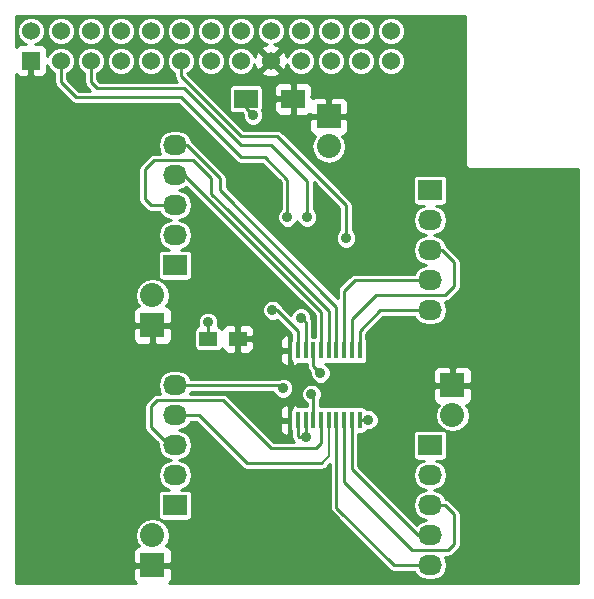
<source format=gtl>
G04 #@! TF.FileFunction,Copper,L1,Top,Signal*
%FSLAX46Y46*%
G04 Gerber Fmt 4.6, Leading zero omitted, Abs format (unit mm)*
G04 Created by KiCad (PCBNEW (after 2015-mar-04 BZR unknown)-product) date 11/20/2015 3:30:05 PM*
%MOMM*%
G01*
G04 APERTURE LIST*
%ADD10C,0.150000*%
%ADD11R,1.524000X1.524000*%
%ADD12C,1.524000*%
%ADD13R,0.450000X1.450000*%
%ADD14R,2.032000X1.727200*%
%ADD15O,2.032000X1.727200*%
%ADD16R,2.000000X1.600000*%
%ADD17R,1.500000X1.250000*%
%ADD18R,2.032000X2.032000*%
%ADD19O,2.032000X2.032000*%
%ADD20C,0.889000*%
%ADD21C,0.254000*%
%ADD22C,0.203200*%
G04 APERTURE END LIST*
D10*
D11*
X1760000Y-4270000D03*
D12*
X1760000Y-1730000D03*
X4300000Y-4270000D03*
X4300000Y-1730000D03*
X6840000Y-4270000D03*
X6840000Y-1730000D03*
X9380000Y-4270000D03*
X9380000Y-1730000D03*
X11920000Y-4270000D03*
X11920000Y-1730000D03*
X14460000Y-4270000D03*
X14460000Y-1730000D03*
X17000000Y-4270000D03*
X17000000Y-1730000D03*
X19540000Y-4270000D03*
X19540000Y-1730000D03*
X22080000Y-4270000D03*
X22080000Y-1730000D03*
X24620000Y-4270000D03*
X24620000Y-1730000D03*
X27160000Y-4270000D03*
X27160000Y-1730000D03*
X29700000Y-4270000D03*
X29700000Y-1730000D03*
X32240000Y-4270000D03*
X32240000Y-1730000D03*
D13*
X23745000Y-34700000D03*
X24395000Y-34700000D03*
X25045000Y-34700000D03*
X25695000Y-34700000D03*
X26345000Y-34700000D03*
X26995000Y-34700000D03*
X27645000Y-34700000D03*
X28295000Y-34700000D03*
X28945000Y-34700000D03*
X29595000Y-34700000D03*
X29595000Y-28800000D03*
X28945000Y-28800000D03*
X28295000Y-28800000D03*
X27645000Y-28800000D03*
X26995000Y-28800000D03*
X26345000Y-28800000D03*
X25695000Y-28800000D03*
X25045000Y-28800000D03*
X24395000Y-28800000D03*
X23745000Y-28800000D03*
D14*
X13970000Y-41910000D03*
D15*
X13970000Y-39370000D03*
X13970000Y-36830000D03*
X13970000Y-34290000D03*
X13970000Y-31750000D03*
D14*
X35560000Y-36830000D03*
D15*
X35560000Y-39370000D03*
X35560000Y-41910000D03*
X35560000Y-44450000D03*
X35560000Y-46990000D03*
D14*
X35560000Y-15240000D03*
D15*
X35560000Y-17780000D03*
X35560000Y-20320000D03*
X35560000Y-22860000D03*
X35560000Y-25400000D03*
D14*
X13970000Y-21590000D03*
D15*
X13970000Y-19050000D03*
X13970000Y-16510000D03*
X13970000Y-13970000D03*
X13970000Y-11430000D03*
D16*
X23971000Y-7493000D03*
X19971000Y-7493000D03*
D17*
X19284000Y-27813000D03*
X16784000Y-27813000D03*
D18*
X12065000Y-46990000D03*
D19*
X12065000Y-44450000D03*
D18*
X37465000Y-31750000D03*
D19*
X37465000Y-34290000D03*
D18*
X27000000Y-9000000D03*
D19*
X27000000Y-11540000D03*
D18*
X12065000Y-26670000D03*
D19*
X12065000Y-24130000D03*
D20*
X25146000Y-17526000D03*
X24638000Y-26035000D03*
X22225000Y-25400000D03*
X23495000Y-17526000D03*
X16764000Y-26416000D03*
X20574000Y-8890000D03*
X30353000Y-34671000D03*
X25045000Y-36169000D03*
X25527000Y-32512000D03*
X23114000Y-32004000D03*
X26289000Y-30734000D03*
X28448000Y-19304000D03*
X19812000Y-21209000D03*
X24384000Y-19177000D03*
X26797000Y-19431000D03*
D21*
X6840000Y-4270000D02*
X6840000Y-6078000D01*
X19558000Y-11430000D02*
X22098000Y-11430000D01*
X14732000Y-6604000D02*
X19558000Y-11430000D01*
X7366000Y-6604000D02*
X14732000Y-6604000D01*
X6840000Y-6078000D02*
X7366000Y-6604000D01*
X25146000Y-14478000D02*
X25146000Y-17526000D01*
X22098000Y-11430000D02*
X25146000Y-14478000D01*
X25045000Y-26442000D02*
X24638000Y-26035000D01*
X25045000Y-26442000D02*
X24638000Y-26035000D01*
X25045000Y-28800000D02*
X25045000Y-26442000D01*
X4300000Y-4270000D02*
X4300000Y-6078000D01*
X19558000Y-12446000D02*
X21590000Y-12446000D01*
X14478000Y-7366000D02*
X19558000Y-12446000D01*
X5588000Y-7366000D02*
X14478000Y-7366000D01*
X4300000Y-6078000D02*
X5588000Y-7366000D01*
X21590000Y-12446000D02*
X23495000Y-14351000D01*
X23495000Y-14351000D02*
X23495000Y-17526000D01*
X23495000Y-17526000D02*
X23495000Y-14351000D01*
X23495000Y-14351000D02*
X21590000Y-12446000D01*
X24395000Y-28800000D02*
X24395000Y-27189000D01*
X22606000Y-25400000D02*
X22225000Y-25400000D01*
X24395000Y-27189000D02*
X22606000Y-25400000D01*
X25045000Y-36169000D02*
X25019000Y-36195000D01*
X25019000Y-36195000D02*
X25045000Y-36169000D01*
X16784000Y-27813000D02*
X16784000Y-26436000D01*
X16784000Y-26436000D02*
X16764000Y-26416000D01*
X19971000Y-7493000D02*
X19971000Y-8287000D01*
X19971000Y-8287000D02*
X20574000Y-8890000D01*
X29595000Y-34700000D02*
X30324000Y-34700000D01*
X30324000Y-34700000D02*
X30353000Y-34671000D01*
X13990000Y-41890000D02*
X13970000Y-41910000D01*
X24485000Y-36169000D02*
X25045000Y-36169000D01*
X24395000Y-36079000D02*
X24485000Y-36169000D01*
X24395000Y-34700000D02*
X24395000Y-36079000D01*
X25045000Y-34700000D02*
X25045000Y-36169000D01*
X13970000Y-36830000D02*
X13462000Y-36830000D01*
X13462000Y-36830000D02*
X11938000Y-35306000D01*
X26345000Y-36647000D02*
X26345000Y-34700000D01*
X25908000Y-37084000D02*
X26345000Y-36647000D01*
X22098000Y-37084000D02*
X25908000Y-37084000D01*
X18034000Y-33020000D02*
X22098000Y-37084000D01*
X12446000Y-33020000D02*
X18034000Y-33020000D01*
X11938000Y-33528000D02*
X12446000Y-33020000D01*
X11938000Y-35306000D02*
X11938000Y-33528000D01*
D22*
X26995000Y-34700000D02*
X26995000Y-37775000D01*
X26995000Y-37775000D02*
X26416000Y-38354000D01*
D21*
X13970000Y-34290000D02*
X16002000Y-34290000D01*
X16002000Y-34290000D02*
X20066000Y-38354000D01*
X20066000Y-38354000D02*
X26416000Y-38354000D01*
X13970000Y-34290000D02*
X14986000Y-34290000D01*
X25695000Y-33315000D02*
X25695000Y-34700000D01*
X25695000Y-33315000D02*
X25695000Y-34700000D01*
X25695000Y-33315000D02*
X25695000Y-34700000D01*
X25695000Y-32680000D02*
X25527000Y-32512000D01*
X23114000Y-32004000D02*
X22860000Y-31750000D01*
X22860000Y-31750000D02*
X13970000Y-31750000D01*
X25695000Y-34700000D02*
X25695000Y-32680000D01*
X28295000Y-34700000D02*
X28295000Y-39979000D01*
X35560000Y-41910000D02*
X36830000Y-41910000D01*
X34036000Y-45720000D02*
X28295000Y-39979000D01*
X37084000Y-45720000D02*
X34036000Y-45720000D01*
X37592000Y-45212000D02*
X37084000Y-45720000D01*
X37592000Y-42672000D02*
X37592000Y-45212000D01*
X36830000Y-41910000D02*
X37592000Y-42672000D01*
X35560000Y-44450000D02*
X34544000Y-44450000D01*
X34544000Y-44450000D02*
X28945000Y-38851000D01*
X28945000Y-38851000D02*
X28945000Y-34700000D01*
X27645000Y-34700000D02*
X27645000Y-42123000D01*
X32512000Y-46990000D02*
X35560000Y-46990000D01*
X27645000Y-42123000D02*
X32512000Y-46990000D01*
X35560000Y-20320000D02*
X36576000Y-20320000D01*
X36576000Y-20320000D02*
X37592000Y-21336000D01*
X28945000Y-26173000D02*
X28945000Y-28800000D01*
X30988000Y-24130000D02*
X28945000Y-26173000D01*
X36830000Y-24130000D02*
X30988000Y-24130000D01*
X37592000Y-23368000D02*
X36830000Y-24130000D01*
X37592000Y-21336000D02*
X37592000Y-23368000D01*
X28295000Y-28800000D02*
X28295000Y-23775000D01*
X29210000Y-22860000D02*
X35560000Y-22860000D01*
X28295000Y-23775000D02*
X29210000Y-22860000D01*
X35560000Y-25400000D02*
X31369000Y-25400000D01*
X29595000Y-27174000D02*
X29595000Y-28800000D01*
X31369000Y-25400000D02*
X29595000Y-27174000D01*
X13970000Y-11430000D02*
X14986000Y-11430000D01*
X14986000Y-11430000D02*
X17780000Y-14224000D01*
X17780000Y-15240000D02*
X27645000Y-25105000D01*
X17780000Y-14224000D02*
X17780000Y-15240000D01*
X27645000Y-28800000D02*
X27645000Y-25105000D01*
X13970000Y-11430000D02*
X14097000Y-11430000D01*
X22606000Y-10668000D02*
X19558000Y-10668000D01*
X14460000Y-5570000D02*
X14460000Y-4270000D01*
X19558000Y-10668000D02*
X14460000Y-5570000D01*
X28448000Y-16510000D02*
X28448000Y-19304000D01*
X22606000Y-10668000D02*
X28448000Y-16510000D01*
X25695000Y-30140000D02*
X25695000Y-28800000D01*
X26289000Y-30734000D02*
X25695000Y-30140000D01*
X13990000Y-39390000D02*
X13970000Y-39370000D01*
X23745000Y-30103000D02*
X23622000Y-30226000D01*
X23745000Y-28800000D02*
X23745000Y-30103000D01*
X23745000Y-27555000D02*
X23495000Y-27305000D01*
X23745000Y-28800000D02*
X23745000Y-27555000D01*
X23745000Y-33405000D02*
X23749000Y-33401000D01*
X23745000Y-34700000D02*
X23745000Y-33405000D01*
X23745000Y-35937000D02*
X23749000Y-35941000D01*
X23745000Y-34700000D02*
X23745000Y-35937000D01*
X12192000Y-12700000D02*
X15494000Y-12700000D01*
X18520212Y-17039788D02*
X18520212Y-16996212D01*
X17018000Y-15537576D02*
X18520212Y-17039788D01*
X17018000Y-14224000D02*
X17018000Y-15537576D01*
X15494000Y-12700000D02*
X17018000Y-14224000D01*
X26995000Y-25471000D02*
X18520212Y-16996212D01*
X26995000Y-28800000D02*
X26995000Y-25471000D01*
X12192000Y-12700000D02*
X11430000Y-13462000D01*
X11430000Y-13462000D02*
X11430000Y-16002000D01*
X11430000Y-16002000D02*
X11938000Y-16510000D01*
X11938000Y-16510000D02*
X13970000Y-16510000D01*
X14732000Y-13970000D02*
X13970000Y-13970000D01*
X26345000Y-25583000D02*
X14732000Y-13970000D01*
X26345000Y-28800000D02*
X26345000Y-25583000D01*
G36*
X48133000Y-48518200D02*
X39116000Y-48518200D01*
X39116000Y-32892310D01*
X39116000Y-32639691D01*
X39116000Y-32035750D01*
X39116000Y-31464250D01*
X39116000Y-30860309D01*
X39116000Y-30607690D01*
X39019327Y-30374301D01*
X38840698Y-30195673D01*
X38607309Y-30099000D01*
X38150800Y-30099000D01*
X38150800Y-23368000D01*
X38150800Y-21336000D01*
X38108264Y-21122157D01*
X38108264Y-21122156D01*
X37987131Y-20940869D01*
X36971131Y-19924869D01*
X36955488Y-19914417D01*
X36937558Y-19824272D01*
X36656750Y-19404014D01*
X36236492Y-19123206D01*
X35868458Y-19050000D01*
X36236492Y-18976794D01*
X36656750Y-18695986D01*
X36937558Y-18275728D01*
X37036164Y-17780000D01*
X36937558Y-17284272D01*
X36656750Y-16864014D01*
X36236492Y-16583206D01*
X36038680Y-16543859D01*
X36576000Y-16543859D01*
X36740644Y-16511915D01*
X36885351Y-16416858D01*
X36982216Y-16273355D01*
X37016259Y-16103600D01*
X37016259Y-14376400D01*
X36984315Y-14211756D01*
X36889258Y-14067049D01*
X36745755Y-13970184D01*
X36576000Y-13936141D01*
X34544000Y-13936141D01*
X34379356Y-13968085D01*
X34234649Y-14063142D01*
X34137784Y-14206645D01*
X34103741Y-14376400D01*
X34103741Y-16103600D01*
X34135685Y-16268244D01*
X34230742Y-16412951D01*
X34374245Y-16509816D01*
X34544000Y-16543859D01*
X35081319Y-16543859D01*
X34883508Y-16583206D01*
X34463250Y-16864014D01*
X34182442Y-17284272D01*
X34083836Y-17780000D01*
X34182442Y-18275728D01*
X34463250Y-18695986D01*
X34883508Y-18976794D01*
X35251541Y-19050000D01*
X34883508Y-19123206D01*
X34463250Y-19404014D01*
X34182442Y-19824272D01*
X34083836Y-20320000D01*
X34182442Y-20815728D01*
X34463250Y-21235986D01*
X34883508Y-21516794D01*
X35251541Y-21590000D01*
X34883508Y-21663206D01*
X34463250Y-21944014D01*
X34224585Y-22301200D01*
X33434007Y-22301200D01*
X33434007Y-4033580D01*
X33434007Y-1493580D01*
X33252645Y-1054650D01*
X32917116Y-718536D01*
X32478503Y-536408D01*
X32003580Y-535993D01*
X31564650Y-717355D01*
X31228536Y-1052884D01*
X31046408Y-1491497D01*
X31045993Y-1966420D01*
X31227355Y-2405350D01*
X31562884Y-2741464D01*
X32001497Y-2923592D01*
X32476420Y-2924007D01*
X32915350Y-2742645D01*
X33251464Y-2407116D01*
X33433592Y-1968503D01*
X33434007Y-1493580D01*
X33434007Y-4033580D01*
X33252645Y-3594650D01*
X32917116Y-3258536D01*
X32478503Y-3076408D01*
X32003580Y-3075993D01*
X31564650Y-3257355D01*
X31228536Y-3592884D01*
X31046408Y-4031497D01*
X31045993Y-4506420D01*
X31227355Y-4945350D01*
X31562884Y-5281464D01*
X32001497Y-5463592D01*
X32476420Y-5464007D01*
X32915350Y-5282645D01*
X33251464Y-4947116D01*
X33433592Y-4508503D01*
X33434007Y-4033580D01*
X33434007Y-22301200D01*
X30894007Y-22301200D01*
X30894007Y-4033580D01*
X30894007Y-1493580D01*
X30712645Y-1054650D01*
X30377116Y-718536D01*
X29938503Y-536408D01*
X29463580Y-535993D01*
X29024650Y-717355D01*
X28688536Y-1052884D01*
X28506408Y-1491497D01*
X28505993Y-1966420D01*
X28687355Y-2405350D01*
X29022884Y-2741464D01*
X29461497Y-2923592D01*
X29936420Y-2924007D01*
X30375350Y-2742645D01*
X30711464Y-2407116D01*
X30893592Y-1968503D01*
X30894007Y-1493580D01*
X30894007Y-4033580D01*
X30712645Y-3594650D01*
X30377116Y-3258536D01*
X29938503Y-3076408D01*
X29463580Y-3075993D01*
X29024650Y-3257355D01*
X28688536Y-3592884D01*
X28506408Y-4031497D01*
X28505993Y-4506420D01*
X28687355Y-4945350D01*
X29022884Y-5281464D01*
X29461497Y-5463592D01*
X29936420Y-5464007D01*
X30375350Y-5282645D01*
X30711464Y-4947116D01*
X30893592Y-4508503D01*
X30894007Y-4033580D01*
X30894007Y-22301200D01*
X29210000Y-22301200D01*
X28996156Y-22343736D01*
X28814868Y-22464869D01*
X27899869Y-23379869D01*
X27778736Y-23561156D01*
X27736200Y-23775000D01*
X27736200Y-24405938D01*
X18338800Y-15008538D01*
X18338800Y-14224000D01*
X18296265Y-14010157D01*
X18296264Y-14010156D01*
X18175131Y-13828869D01*
X15381131Y-11034869D01*
X15365488Y-11024417D01*
X15347558Y-10934272D01*
X15066750Y-10514014D01*
X14646492Y-10233206D01*
X14150764Y-10134600D01*
X13789236Y-10134600D01*
X13293508Y-10233206D01*
X12873250Y-10514014D01*
X12592442Y-10934272D01*
X12493836Y-11430000D01*
X12592442Y-11925728D01*
X12736416Y-12141200D01*
X12192000Y-12141200D01*
X11978157Y-12183735D01*
X11796869Y-12304869D01*
X11034869Y-13066869D01*
X10913736Y-13248156D01*
X10871200Y-13462000D01*
X10871200Y-16002000D01*
X10913736Y-16215844D01*
X11034869Y-16397131D01*
X11542868Y-16905131D01*
X11542869Y-16905131D01*
X11724156Y-17026264D01*
X11938000Y-17068800D01*
X12634585Y-17068800D01*
X12873250Y-17425986D01*
X13293508Y-17706794D01*
X13661541Y-17780000D01*
X13293508Y-17853206D01*
X12873250Y-18134014D01*
X12592442Y-18554272D01*
X12493836Y-19050000D01*
X12592442Y-19545728D01*
X12873250Y-19965986D01*
X13293508Y-20246794D01*
X13491319Y-20286141D01*
X12954000Y-20286141D01*
X12789356Y-20318085D01*
X12644649Y-20413142D01*
X12547784Y-20556645D01*
X12513741Y-20726400D01*
X12513741Y-22453600D01*
X12545685Y-22618244D01*
X12640742Y-22762951D01*
X12784245Y-22859816D01*
X12954000Y-22893859D01*
X14986000Y-22893859D01*
X15150644Y-22861915D01*
X15295351Y-22766858D01*
X15392216Y-22623355D01*
X15426259Y-22453600D01*
X15426259Y-20726400D01*
X15394315Y-20561756D01*
X15299258Y-20417049D01*
X15155755Y-20320184D01*
X14986000Y-20286141D01*
X14448680Y-20286141D01*
X14646492Y-20246794D01*
X15066750Y-19965986D01*
X15347558Y-19545728D01*
X15446164Y-19050000D01*
X15347558Y-18554272D01*
X15066750Y-18134014D01*
X14646492Y-17853206D01*
X14278458Y-17780000D01*
X14646492Y-17706794D01*
X15066750Y-17425986D01*
X15347558Y-17005728D01*
X15446164Y-16510000D01*
X15347558Y-16014272D01*
X15066750Y-15594014D01*
X14646492Y-15313206D01*
X14278458Y-15240000D01*
X14646492Y-15166794D01*
X14941448Y-14969710D01*
X25786200Y-25814462D01*
X25786200Y-27634741D01*
X25603800Y-27634741D01*
X25603800Y-26442000D01*
X25561264Y-26228157D01*
X25561264Y-26228156D01*
X25514193Y-26157711D01*
X25514193Y-26157710D01*
X25514452Y-25861458D01*
X25381324Y-25539264D01*
X25135032Y-25292542D01*
X24813072Y-25158852D01*
X24464458Y-25158548D01*
X24142264Y-25291676D01*
X23895542Y-25537968D01*
X23789531Y-25793269D01*
X23016062Y-25019800D01*
X22968324Y-24904264D01*
X22722032Y-24657542D01*
X22400072Y-24523852D01*
X22051458Y-24523548D01*
X21729264Y-24656676D01*
X21482542Y-24902968D01*
X21348852Y-25224928D01*
X21348548Y-25573542D01*
X21481676Y-25895736D01*
X21727968Y-26142458D01*
X22049928Y-26276148D01*
X22398542Y-26276452D01*
X22606332Y-26190594D01*
X23836200Y-27420462D01*
X23836200Y-27797962D01*
X23763784Y-27905245D01*
X23729741Y-28075000D01*
X23729741Y-29525000D01*
X23761685Y-29689644D01*
X23856742Y-29834351D01*
X23857500Y-29834862D01*
X23857500Y-30001250D01*
X24016250Y-30160000D01*
X24096310Y-30160000D01*
X24329699Y-30063327D01*
X24427766Y-29965259D01*
X24620000Y-29965259D01*
X24721653Y-29945536D01*
X24820000Y-29965259D01*
X25136200Y-29965259D01*
X25136200Y-30140000D01*
X25178736Y-30353844D01*
X25299869Y-30535131D01*
X25412774Y-30648036D01*
X25412548Y-30907542D01*
X25545676Y-31229736D01*
X25791968Y-31476458D01*
X26113928Y-31610148D01*
X26462542Y-31610452D01*
X26784736Y-31477324D01*
X27031458Y-31231032D01*
X27165148Y-30909072D01*
X27165452Y-30560458D01*
X27032324Y-30238264D01*
X26786032Y-29991542D01*
X26678587Y-29946926D01*
X26770000Y-29965259D01*
X27220000Y-29965259D01*
X27321653Y-29945536D01*
X27420000Y-29965259D01*
X27870000Y-29965259D01*
X27971653Y-29945536D01*
X28070000Y-29965259D01*
X28520000Y-29965259D01*
X28621653Y-29945536D01*
X28720000Y-29965259D01*
X29170000Y-29965259D01*
X29271653Y-29945536D01*
X29370000Y-29965259D01*
X29820000Y-29965259D01*
X29984644Y-29933315D01*
X30129351Y-29838258D01*
X30226216Y-29694755D01*
X30260259Y-29525000D01*
X30260259Y-28075000D01*
X30228315Y-27910356D01*
X30153800Y-27796920D01*
X30153800Y-27405462D01*
X31600462Y-25958800D01*
X34224585Y-25958800D01*
X34463250Y-26315986D01*
X34883508Y-26596794D01*
X35379236Y-26695400D01*
X35740764Y-26695400D01*
X36236492Y-26596794D01*
X36656750Y-26315986D01*
X36937558Y-25895728D01*
X37036164Y-25400000D01*
X36937558Y-24904272D01*
X36793583Y-24688800D01*
X36830000Y-24688800D01*
X37043843Y-24646264D01*
X37043844Y-24646264D01*
X37225131Y-24525131D01*
X37987131Y-23763131D01*
X38108264Y-23581844D01*
X38108265Y-23581843D01*
X38150800Y-23368000D01*
X38150800Y-30099000D01*
X37750750Y-30099000D01*
X37592000Y-30257750D01*
X37592000Y-31623000D01*
X38957250Y-31623000D01*
X39116000Y-31464250D01*
X39116000Y-32035750D01*
X38957250Y-31877000D01*
X37592000Y-31877000D01*
X37592000Y-31897000D01*
X37338000Y-31897000D01*
X37338000Y-31877000D01*
X37338000Y-31623000D01*
X37338000Y-30257750D01*
X37179250Y-30099000D01*
X36322691Y-30099000D01*
X36089302Y-30195673D01*
X35910673Y-30374301D01*
X35814000Y-30607690D01*
X35814000Y-30860309D01*
X35814000Y-31464250D01*
X35972750Y-31623000D01*
X37338000Y-31623000D01*
X37338000Y-31877000D01*
X35972750Y-31877000D01*
X35814000Y-32035750D01*
X35814000Y-32639691D01*
X35814000Y-32892310D01*
X35910673Y-33125699D01*
X36089302Y-33304327D01*
X36322691Y-33401000D01*
X36322850Y-33401000D01*
X36099043Y-33735951D01*
X35988836Y-34290000D01*
X36099043Y-34844049D01*
X36412887Y-35313749D01*
X36882587Y-35627593D01*
X37436636Y-35737800D01*
X37493364Y-35737800D01*
X38047413Y-35627593D01*
X38517113Y-35313749D01*
X38830957Y-34844049D01*
X38941164Y-34290000D01*
X38830957Y-33735951D01*
X38607149Y-33401000D01*
X38607309Y-33401000D01*
X38840698Y-33304327D01*
X39019327Y-33125699D01*
X39116000Y-32892310D01*
X39116000Y-48518200D01*
X38150800Y-48518200D01*
X38150800Y-45212000D01*
X38150800Y-42672000D01*
X38108265Y-42458157D01*
X38108264Y-42458156D01*
X37987131Y-42276869D01*
X37225131Y-41514869D01*
X37043844Y-41393736D01*
X36905441Y-41366206D01*
X36656750Y-40994014D01*
X36236492Y-40713206D01*
X35868458Y-40640000D01*
X36236492Y-40566794D01*
X36656750Y-40285986D01*
X36937558Y-39865728D01*
X37036164Y-39370000D01*
X36937558Y-38874272D01*
X36656750Y-38454014D01*
X36236492Y-38173206D01*
X36038680Y-38133859D01*
X36576000Y-38133859D01*
X36740644Y-38101915D01*
X36885351Y-38006858D01*
X36982216Y-37863355D01*
X37016259Y-37693600D01*
X37016259Y-35966400D01*
X36984315Y-35801756D01*
X36889258Y-35657049D01*
X36745755Y-35560184D01*
X36576000Y-35526141D01*
X34544000Y-35526141D01*
X34379356Y-35558085D01*
X34234649Y-35653142D01*
X34137784Y-35796645D01*
X34103741Y-35966400D01*
X34103741Y-37693600D01*
X34135685Y-37858244D01*
X34230742Y-38002951D01*
X34374245Y-38099816D01*
X34544000Y-38133859D01*
X35081319Y-38133859D01*
X34883508Y-38173206D01*
X34463250Y-38454014D01*
X34182442Y-38874272D01*
X34083836Y-39370000D01*
X34182442Y-39865728D01*
X34463250Y-40285986D01*
X34883508Y-40566794D01*
X35251541Y-40640000D01*
X34883508Y-40713206D01*
X34463250Y-40994014D01*
X34182442Y-41414272D01*
X34083836Y-41910000D01*
X34182442Y-42405728D01*
X34463250Y-42825986D01*
X34883508Y-43106794D01*
X35251541Y-43180000D01*
X34883508Y-43253206D01*
X34463250Y-43534014D01*
X34445235Y-43560973D01*
X29503800Y-38619538D01*
X29503800Y-35865259D01*
X29820000Y-35865259D01*
X29984644Y-35833315D01*
X30129351Y-35738258D01*
X30226216Y-35594755D01*
X30235753Y-35547198D01*
X30526542Y-35547452D01*
X30848736Y-35414324D01*
X31095458Y-35168032D01*
X31229148Y-34846072D01*
X31229452Y-34497458D01*
X31096324Y-34175264D01*
X30850032Y-33928542D01*
X30528072Y-33794852D01*
X30217952Y-33794581D01*
X30133258Y-33665649D01*
X29989755Y-33568784D01*
X29820000Y-33534741D01*
X29370000Y-33534741D01*
X29268346Y-33554463D01*
X29170000Y-33534741D01*
X28720000Y-33534741D01*
X28618346Y-33554463D01*
X28520000Y-33534741D01*
X28070000Y-33534741D01*
X27968346Y-33554463D01*
X27870000Y-33534741D01*
X27420000Y-33534741D01*
X27318346Y-33554463D01*
X27220000Y-33534741D01*
X26770000Y-33534741D01*
X26668346Y-33554463D01*
X26570000Y-33534741D01*
X26253800Y-33534741D01*
X26253800Y-33315000D01*
X26253800Y-33024662D01*
X26269458Y-33009032D01*
X26403148Y-32687072D01*
X26403452Y-32338458D01*
X26270324Y-32016264D01*
X26024032Y-31769542D01*
X25702072Y-31635852D01*
X25353458Y-31635548D01*
X25031264Y-31768676D01*
X24784542Y-32014968D01*
X24650852Y-32336928D01*
X24650548Y-32685542D01*
X24783676Y-33007736D01*
X25029968Y-33254458D01*
X25136200Y-33298569D01*
X25136200Y-33315000D01*
X25136200Y-33534741D01*
X24820000Y-33534741D01*
X24718346Y-33554463D01*
X24620000Y-33534741D01*
X24427766Y-33534741D01*
X24329699Y-33436673D01*
X24096310Y-33340000D01*
X24016250Y-33340000D01*
X23857500Y-33498750D01*
X23857500Y-33666407D01*
X23763784Y-33805245D01*
X23729741Y-33975000D01*
X23729741Y-35425000D01*
X23761685Y-35589644D01*
X23836200Y-35703079D01*
X23836200Y-36079000D01*
X23878736Y-36292844D01*
X23999869Y-36474131D01*
X24050938Y-36525200D01*
X23632500Y-36525200D01*
X23632500Y-35901250D01*
X23632500Y-34827000D01*
X23632500Y-34573000D01*
X23632500Y-33498750D01*
X23473750Y-33340000D01*
X23393690Y-33340000D01*
X23160301Y-33436673D01*
X22981673Y-33615302D01*
X22885000Y-33848691D01*
X22885000Y-34414250D01*
X23043750Y-34573000D01*
X23632500Y-34573000D01*
X23632500Y-34827000D01*
X23043750Y-34827000D01*
X22885000Y-34985750D01*
X22885000Y-35551309D01*
X22981673Y-35784698D01*
X23160301Y-35963327D01*
X23393690Y-36060000D01*
X23473750Y-36060000D01*
X23632500Y-35901250D01*
X23632500Y-36525200D01*
X22329462Y-36525200D01*
X18429131Y-32624869D01*
X18247844Y-32503736D01*
X18034000Y-32461200D01*
X15203583Y-32461200D01*
X15305414Y-32308800D01*
X22291782Y-32308800D01*
X22370676Y-32499736D01*
X22616968Y-32746458D01*
X22938928Y-32880148D01*
X23287542Y-32880452D01*
X23609736Y-32747324D01*
X23856458Y-32501032D01*
X23990148Y-32179072D01*
X23990452Y-31830458D01*
X23857324Y-31508264D01*
X23632500Y-31283047D01*
X23632500Y-30001250D01*
X23632500Y-28927000D01*
X23632500Y-28673000D01*
X23632500Y-27598750D01*
X23473750Y-27440000D01*
X23393690Y-27440000D01*
X23160301Y-27536673D01*
X22981673Y-27715302D01*
X22885000Y-27948691D01*
X22885000Y-28514250D01*
X23043750Y-28673000D01*
X23632500Y-28673000D01*
X23632500Y-28927000D01*
X23043750Y-28927000D01*
X22885000Y-29085750D01*
X22885000Y-29651309D01*
X22981673Y-29884698D01*
X23160301Y-30063327D01*
X23393690Y-30160000D01*
X23473750Y-30160000D01*
X23632500Y-30001250D01*
X23632500Y-31283047D01*
X23611032Y-31261542D01*
X23289072Y-31127852D01*
X22940458Y-31127548D01*
X22786408Y-31191200D01*
X20669000Y-31191200D01*
X20669000Y-28564310D01*
X20669000Y-28311691D01*
X20669000Y-28098750D01*
X20669000Y-27527250D01*
X20669000Y-27314309D01*
X20669000Y-27061690D01*
X20572327Y-26828301D01*
X20393698Y-26649673D01*
X20160309Y-26553000D01*
X19569750Y-26553000D01*
X19411000Y-26711750D01*
X19411000Y-27686000D01*
X20510250Y-27686000D01*
X20669000Y-27527250D01*
X20669000Y-28098750D01*
X20510250Y-27940000D01*
X19411000Y-27940000D01*
X19411000Y-28914250D01*
X19569750Y-29073000D01*
X20160309Y-29073000D01*
X20393698Y-28976327D01*
X20572327Y-28797699D01*
X20669000Y-28564310D01*
X20669000Y-31191200D01*
X19157000Y-31191200D01*
X19157000Y-28914250D01*
X19157000Y-27940000D01*
X19137000Y-27940000D01*
X19137000Y-27686000D01*
X19157000Y-27686000D01*
X19157000Y-26711750D01*
X18998250Y-26553000D01*
X18407691Y-26553000D01*
X18174302Y-26649673D01*
X17995673Y-26828301D01*
X17925488Y-26997740D01*
X17847258Y-26878649D01*
X17703755Y-26781784D01*
X17571934Y-26755348D01*
X17640148Y-26591072D01*
X17640452Y-26242458D01*
X17507324Y-25920264D01*
X17261032Y-25673542D01*
X16939072Y-25539852D01*
X16590458Y-25539548D01*
X16268264Y-25672676D01*
X16021542Y-25918968D01*
X15887852Y-26240928D01*
X15887548Y-26589542D01*
X15958932Y-26762305D01*
X15869356Y-26779685D01*
X15724649Y-26874742D01*
X15627784Y-27018245D01*
X15593741Y-27188000D01*
X15593741Y-28438000D01*
X15625685Y-28602644D01*
X15720742Y-28747351D01*
X15864245Y-28844216D01*
X16034000Y-28878259D01*
X17534000Y-28878259D01*
X17698644Y-28846315D01*
X17843351Y-28751258D01*
X17925825Y-28629073D01*
X17995673Y-28797699D01*
X18174302Y-28976327D01*
X18407691Y-29073000D01*
X18998250Y-29073000D01*
X19157000Y-28914250D01*
X19157000Y-31191200D01*
X15305414Y-31191200D01*
X15066750Y-30834014D01*
X14646492Y-30553206D01*
X14150764Y-30454600D01*
X13789236Y-30454600D01*
X13716000Y-30469167D01*
X13716000Y-27812310D01*
X13716000Y-27559691D01*
X13716000Y-26955750D01*
X13716000Y-26384250D01*
X13716000Y-25780309D01*
X13716000Y-25527690D01*
X13619327Y-25294301D01*
X13440698Y-25115673D01*
X13207309Y-25019000D01*
X13207149Y-25019000D01*
X13430957Y-24684049D01*
X13541164Y-24130000D01*
X13430957Y-23575951D01*
X13117113Y-23106251D01*
X12647413Y-22792407D01*
X12093364Y-22682200D01*
X12036636Y-22682200D01*
X11482587Y-22792407D01*
X11012887Y-23106251D01*
X10699043Y-23575951D01*
X10588836Y-24130000D01*
X10699043Y-24684049D01*
X10922850Y-25019000D01*
X10922691Y-25019000D01*
X10689302Y-25115673D01*
X10510673Y-25294301D01*
X10414000Y-25527690D01*
X10414000Y-25780309D01*
X10414000Y-26384250D01*
X10572750Y-26543000D01*
X11938000Y-26543000D01*
X11938000Y-26523000D01*
X12192000Y-26523000D01*
X12192000Y-26543000D01*
X13557250Y-26543000D01*
X13716000Y-26384250D01*
X13716000Y-26955750D01*
X13557250Y-26797000D01*
X12192000Y-26797000D01*
X12192000Y-28162250D01*
X12350750Y-28321000D01*
X13207309Y-28321000D01*
X13440698Y-28224327D01*
X13619327Y-28045699D01*
X13716000Y-27812310D01*
X13716000Y-30469167D01*
X13293508Y-30553206D01*
X12873250Y-30834014D01*
X12592442Y-31254272D01*
X12493836Y-31750000D01*
X12592442Y-32245728D01*
X12736416Y-32461200D01*
X12446000Y-32461200D01*
X12232156Y-32503736D01*
X12050868Y-32624869D01*
X11938000Y-32737737D01*
X11938000Y-28162250D01*
X11938000Y-26797000D01*
X10572750Y-26797000D01*
X10414000Y-26955750D01*
X10414000Y-27559691D01*
X10414000Y-27812310D01*
X10510673Y-28045699D01*
X10689302Y-28224327D01*
X10922691Y-28321000D01*
X11779250Y-28321000D01*
X11938000Y-28162250D01*
X11938000Y-32737737D01*
X11542869Y-33132869D01*
X11421736Y-33314156D01*
X11379200Y-33528000D01*
X11379200Y-35306000D01*
X11421736Y-35519844D01*
X11542869Y-35701131D01*
X12523351Y-36681614D01*
X12493836Y-36830000D01*
X12592442Y-37325728D01*
X12873250Y-37745986D01*
X13293508Y-38026794D01*
X13661541Y-38100000D01*
X13293508Y-38173206D01*
X12873250Y-38454014D01*
X12592442Y-38874272D01*
X12493836Y-39370000D01*
X12592442Y-39865728D01*
X12873250Y-40285986D01*
X13293508Y-40566794D01*
X13491319Y-40606141D01*
X12954000Y-40606141D01*
X12789356Y-40638085D01*
X12644649Y-40733142D01*
X12547784Y-40876645D01*
X12513741Y-41046400D01*
X12513741Y-42773600D01*
X12545685Y-42938244D01*
X12640742Y-43082951D01*
X12784245Y-43179816D01*
X12954000Y-43213859D01*
X14986000Y-43213859D01*
X15150644Y-43181915D01*
X15295351Y-43086858D01*
X15392216Y-42943355D01*
X15426259Y-42773600D01*
X15426259Y-41046400D01*
X15394315Y-40881756D01*
X15299258Y-40737049D01*
X15155755Y-40640184D01*
X14986000Y-40606141D01*
X14448680Y-40606141D01*
X14646492Y-40566794D01*
X15066750Y-40285986D01*
X15347558Y-39865728D01*
X15446164Y-39370000D01*
X15347558Y-38874272D01*
X15066750Y-38454014D01*
X14646492Y-38173206D01*
X14278458Y-38100000D01*
X14646492Y-38026794D01*
X15066750Y-37745986D01*
X15347558Y-37325728D01*
X15446164Y-36830000D01*
X15347558Y-36334272D01*
X15066750Y-35914014D01*
X14646492Y-35633206D01*
X14278458Y-35560000D01*
X14646492Y-35486794D01*
X15066750Y-35205986D01*
X15305414Y-34848800D01*
X15770538Y-34848800D01*
X19670869Y-38749131D01*
X19852156Y-38870264D01*
X19852157Y-38870264D01*
X20066000Y-38912800D01*
X26416000Y-38912800D01*
X26629844Y-38870264D01*
X26811131Y-38749131D01*
X26883463Y-38640878D01*
X27086200Y-38438142D01*
X27086200Y-42123000D01*
X27128736Y-42336844D01*
X27249869Y-42518131D01*
X32116868Y-47385131D01*
X32116869Y-47385131D01*
X32298156Y-47506264D01*
X32512000Y-47548800D01*
X34224585Y-47548800D01*
X34463250Y-47905986D01*
X34883508Y-48186794D01*
X35379236Y-48285400D01*
X35740764Y-48285400D01*
X36236492Y-48186794D01*
X36656750Y-47905986D01*
X36937558Y-47485728D01*
X37036164Y-46990000D01*
X36937558Y-46494272D01*
X36793583Y-46278800D01*
X37084000Y-46278800D01*
X37297843Y-46236264D01*
X37297844Y-46236264D01*
X37479131Y-46115131D01*
X37987131Y-45607132D01*
X37987131Y-45607131D01*
X38108264Y-45425844D01*
X38150799Y-45212000D01*
X38150800Y-45212000D01*
X38150800Y-48518200D01*
X13466825Y-48518200D01*
X13619327Y-48365699D01*
X13716000Y-48132310D01*
X13716000Y-47879691D01*
X13716000Y-47275750D01*
X13716000Y-46704250D01*
X13716000Y-46100309D01*
X13716000Y-45847690D01*
X13619327Y-45614301D01*
X13440698Y-45435673D01*
X13207309Y-45339000D01*
X13207149Y-45339000D01*
X13430957Y-45004049D01*
X13541164Y-44450000D01*
X13430957Y-43895951D01*
X13117113Y-43426251D01*
X12647413Y-43112407D01*
X12093364Y-43002200D01*
X12036636Y-43002200D01*
X11482587Y-43112407D01*
X11012887Y-43426251D01*
X10699043Y-43895951D01*
X10588836Y-44450000D01*
X10699043Y-45004049D01*
X10922850Y-45339000D01*
X10922691Y-45339000D01*
X10689302Y-45435673D01*
X10510673Y-45614301D01*
X10414000Y-45847690D01*
X10414000Y-46100309D01*
X10414000Y-46704250D01*
X10572750Y-46863000D01*
X11938000Y-46863000D01*
X11938000Y-46843000D01*
X12192000Y-46843000D01*
X12192000Y-46863000D01*
X13557250Y-46863000D01*
X13716000Y-46704250D01*
X13716000Y-47275750D01*
X13557250Y-47117000D01*
X12192000Y-47117000D01*
X12192000Y-47137000D01*
X11938000Y-47137000D01*
X11938000Y-47117000D01*
X10572750Y-47117000D01*
X10414000Y-47275750D01*
X10414000Y-47879691D01*
X10414000Y-48132310D01*
X10510673Y-48365699D01*
X10663174Y-48518200D01*
X481800Y-48518200D01*
X481800Y-5413825D01*
X638302Y-5570327D01*
X871691Y-5667000D01*
X1474250Y-5667000D01*
X1633000Y-5508250D01*
X1633000Y-4397000D01*
X1613000Y-4397000D01*
X1613000Y-4143000D01*
X1633000Y-4143000D01*
X1633000Y-4123000D01*
X1887000Y-4123000D01*
X1887000Y-4143000D01*
X1907000Y-4143000D01*
X1907000Y-4397000D01*
X1887000Y-4397000D01*
X1887000Y-5508250D01*
X2045750Y-5667000D01*
X2648309Y-5667000D01*
X2881698Y-5570327D01*
X3060327Y-5391699D01*
X3157000Y-5158310D01*
X3157000Y-4905691D01*
X3157000Y-4629866D01*
X3287355Y-4945350D01*
X3622884Y-5281464D01*
X3741200Y-5330593D01*
X3741200Y-6078000D01*
X3783736Y-6291844D01*
X3904869Y-6473131D01*
X5192869Y-7761131D01*
X5374156Y-7882264D01*
X5374157Y-7882264D01*
X5588000Y-7924800D01*
X14246538Y-7924800D01*
X19162869Y-12841131D01*
X19344156Y-12962264D01*
X19344157Y-12962264D01*
X19558000Y-13004800D01*
X21358538Y-13004800D01*
X22936200Y-14582462D01*
X22936200Y-16845630D01*
X22752542Y-17028968D01*
X22618852Y-17350928D01*
X22618548Y-17699542D01*
X22751676Y-18021736D01*
X22997968Y-18268458D01*
X23319928Y-18402148D01*
X23668542Y-18402452D01*
X23990736Y-18269324D01*
X24237458Y-18023032D01*
X24320539Y-17822950D01*
X24402676Y-18021736D01*
X24648968Y-18268458D01*
X24970928Y-18402148D01*
X25319542Y-18402452D01*
X25641736Y-18269324D01*
X25888458Y-18023032D01*
X26022148Y-17701072D01*
X26022452Y-17352458D01*
X25889324Y-17030264D01*
X25704800Y-16845417D01*
X25704800Y-14557062D01*
X27889200Y-16741462D01*
X27889200Y-18623630D01*
X27705542Y-18806968D01*
X27571852Y-19128928D01*
X27571548Y-19477542D01*
X27704676Y-19799736D01*
X27950968Y-20046458D01*
X28272928Y-20180148D01*
X28621542Y-20180452D01*
X28943736Y-20047324D01*
X29190458Y-19801032D01*
X29324148Y-19479072D01*
X29324452Y-19130458D01*
X29191324Y-18808264D01*
X29006800Y-18623417D01*
X29006800Y-16510000D01*
X28964265Y-16296157D01*
X28964264Y-16296156D01*
X28843132Y-16114869D01*
X28651000Y-15922737D01*
X28651000Y-10142310D01*
X28651000Y-9889691D01*
X28651000Y-9285750D01*
X28651000Y-8714250D01*
X28651000Y-8110309D01*
X28651000Y-7857690D01*
X28554327Y-7624301D01*
X28375698Y-7445673D01*
X28354007Y-7436688D01*
X28354007Y-4033580D01*
X28354007Y-1493580D01*
X28172645Y-1054650D01*
X27837116Y-718536D01*
X27398503Y-536408D01*
X26923580Y-535993D01*
X26484650Y-717355D01*
X26148536Y-1052884D01*
X25966408Y-1491497D01*
X25965993Y-1966420D01*
X26147355Y-2405350D01*
X26482884Y-2741464D01*
X26921497Y-2923592D01*
X27396420Y-2924007D01*
X27835350Y-2742645D01*
X28171464Y-2407116D01*
X28353592Y-1968503D01*
X28354007Y-1493580D01*
X28354007Y-4033580D01*
X28172645Y-3594650D01*
X27837116Y-3258536D01*
X27398503Y-3076408D01*
X26923580Y-3075993D01*
X26484650Y-3257355D01*
X26148536Y-3592884D01*
X25966408Y-4031497D01*
X25965993Y-4506420D01*
X26147355Y-4945350D01*
X26482884Y-5281464D01*
X26921497Y-5463592D01*
X27396420Y-5464007D01*
X27835350Y-5282645D01*
X28171464Y-4947116D01*
X28353592Y-4508503D01*
X28354007Y-4033580D01*
X28354007Y-7436688D01*
X28142309Y-7349000D01*
X27285750Y-7349000D01*
X27127000Y-7507750D01*
X27127000Y-8873000D01*
X28492250Y-8873000D01*
X28651000Y-8714250D01*
X28651000Y-9285750D01*
X28492250Y-9127000D01*
X27127000Y-9127000D01*
X27127000Y-9147000D01*
X26873000Y-9147000D01*
X26873000Y-9127000D01*
X26873000Y-8873000D01*
X26873000Y-7507750D01*
X26714250Y-7349000D01*
X25857691Y-7349000D01*
X25814007Y-7367094D01*
X25814007Y-4033580D01*
X25814007Y-1493580D01*
X25632645Y-1054650D01*
X25297116Y-718536D01*
X24858503Y-536408D01*
X24383580Y-535993D01*
X23944650Y-717355D01*
X23608536Y-1052884D01*
X23426408Y-1491497D01*
X23425993Y-1966420D01*
X23607355Y-2405350D01*
X23942884Y-2741464D01*
X24381497Y-2923592D01*
X24856420Y-2924007D01*
X25295350Y-2742645D01*
X25631464Y-2407116D01*
X25813592Y-1968503D01*
X25814007Y-1493580D01*
X25814007Y-4033580D01*
X25632645Y-3594650D01*
X25297116Y-3258536D01*
X24858503Y-3076408D01*
X24383580Y-3075993D01*
X23944650Y-3257355D01*
X23608536Y-3592884D01*
X23462464Y-3944662D01*
X23461362Y-3922632D01*
X23302397Y-3538857D01*
X23274007Y-3530713D01*
X23274007Y-1493580D01*
X23092645Y-1054650D01*
X22757116Y-718536D01*
X22318503Y-536408D01*
X21843580Y-535993D01*
X21404650Y-717355D01*
X21068536Y-1052884D01*
X20886408Y-1491497D01*
X20885993Y-1966420D01*
X21067355Y-2405350D01*
X21402884Y-2741464D01*
X21754662Y-2887535D01*
X21732632Y-2888638D01*
X21348857Y-3047603D01*
X21279392Y-3289787D01*
X22080000Y-4090395D01*
X22880608Y-3289787D01*
X22811143Y-3047603D01*
X22385130Y-2895616D01*
X22755350Y-2742645D01*
X23091464Y-2407116D01*
X23273592Y-1968503D01*
X23274007Y-1493580D01*
X23274007Y-3530713D01*
X23060213Y-3469392D01*
X22259605Y-4270000D01*
X23060213Y-5070608D01*
X23302397Y-5001143D01*
X23454383Y-4575130D01*
X23607355Y-4945350D01*
X23942884Y-5281464D01*
X24381497Y-5463592D01*
X24856420Y-5464007D01*
X25295350Y-5282645D01*
X25631464Y-4947116D01*
X25813592Y-4508503D01*
X25814007Y-4033580D01*
X25814007Y-7367094D01*
X25624302Y-7445673D01*
X25606000Y-7463974D01*
X25606000Y-7365998D01*
X25447252Y-7365998D01*
X25606000Y-7207250D01*
X25606000Y-6819309D01*
X25606000Y-6566690D01*
X25509327Y-6333301D01*
X25330698Y-6154673D01*
X25097309Y-6058000D01*
X24256750Y-6058000D01*
X24098000Y-6216750D01*
X24098000Y-7366000D01*
X24118000Y-7366000D01*
X24118000Y-7620000D01*
X24098000Y-7620000D01*
X24098000Y-8769250D01*
X24256750Y-8928000D01*
X25097309Y-8928000D01*
X25330698Y-8831327D01*
X25398387Y-8763637D01*
X25507750Y-8873000D01*
X26873000Y-8873000D01*
X26873000Y-9127000D01*
X25507750Y-9127000D01*
X25349000Y-9285750D01*
X25349000Y-9889691D01*
X25349000Y-10142310D01*
X25445673Y-10375699D01*
X25624302Y-10554327D01*
X25857691Y-10651000D01*
X25857850Y-10651000D01*
X25634043Y-10985951D01*
X25523836Y-11540000D01*
X25634043Y-12094049D01*
X25947887Y-12563749D01*
X26417587Y-12877593D01*
X26971636Y-12987800D01*
X27028364Y-12987800D01*
X27582413Y-12877593D01*
X28052113Y-12563749D01*
X28365957Y-12094049D01*
X28476164Y-11540000D01*
X28365957Y-10985951D01*
X28142149Y-10651000D01*
X28142309Y-10651000D01*
X28375698Y-10554327D01*
X28554327Y-10375699D01*
X28651000Y-10142310D01*
X28651000Y-15922737D01*
X23844000Y-11115737D01*
X23844000Y-8769250D01*
X23844000Y-7620000D01*
X23844000Y-7366000D01*
X23844000Y-6216750D01*
X23685250Y-6058000D01*
X22880608Y-6058000D01*
X22880608Y-5250213D01*
X22080000Y-4449605D01*
X21900395Y-4629210D01*
X21900395Y-4270000D01*
X21099787Y-3469392D01*
X20857603Y-3538857D01*
X20734007Y-3885290D01*
X20734007Y-1493580D01*
X20552645Y-1054650D01*
X20217116Y-718536D01*
X19778503Y-536408D01*
X19303580Y-535993D01*
X18864650Y-717355D01*
X18528536Y-1052884D01*
X18346408Y-1491497D01*
X18345993Y-1966420D01*
X18527355Y-2405350D01*
X18862884Y-2741464D01*
X19301497Y-2923592D01*
X19776420Y-2924007D01*
X20215350Y-2742645D01*
X20551464Y-2407116D01*
X20733592Y-1968503D01*
X20734007Y-1493580D01*
X20734007Y-3885290D01*
X20705616Y-3964869D01*
X20552645Y-3594650D01*
X20217116Y-3258536D01*
X19778503Y-3076408D01*
X19303580Y-3075993D01*
X18864650Y-3257355D01*
X18528536Y-3592884D01*
X18346408Y-4031497D01*
X18345993Y-4506420D01*
X18527355Y-4945350D01*
X18862884Y-5281464D01*
X19301497Y-5463592D01*
X19776420Y-5464007D01*
X20215350Y-5282645D01*
X20551464Y-4947116D01*
X20697535Y-4595337D01*
X20698638Y-4617368D01*
X20857603Y-5001143D01*
X21099787Y-5070608D01*
X21900395Y-4270000D01*
X21900395Y-4629210D01*
X21279392Y-5250213D01*
X21348857Y-5492397D01*
X21872302Y-5679144D01*
X22427368Y-5651362D01*
X22811143Y-5492397D01*
X22880608Y-5250213D01*
X22880608Y-6058000D01*
X22844691Y-6058000D01*
X22611302Y-6154673D01*
X22432673Y-6333301D01*
X22336000Y-6566690D01*
X22336000Y-6819309D01*
X22336000Y-7207250D01*
X22494750Y-7366000D01*
X23844000Y-7366000D01*
X23844000Y-7620000D01*
X22494750Y-7620000D01*
X22336000Y-7778750D01*
X22336000Y-8166691D01*
X22336000Y-8419310D01*
X22432673Y-8652699D01*
X22611302Y-8831327D01*
X22844691Y-8928000D01*
X23685250Y-8928000D01*
X23844000Y-8769250D01*
X23844000Y-11115737D01*
X23001131Y-10272869D01*
X22819844Y-10151736D01*
X22606000Y-10109200D01*
X21450452Y-10109200D01*
X21450452Y-8716458D01*
X21357619Y-8491786D01*
X21377216Y-8462755D01*
X21411259Y-8293000D01*
X21411259Y-6693000D01*
X21379315Y-6528356D01*
X21284258Y-6383649D01*
X21140755Y-6286784D01*
X20971000Y-6252741D01*
X18971000Y-6252741D01*
X18806356Y-6284685D01*
X18661649Y-6379742D01*
X18564784Y-6523245D01*
X18530741Y-6693000D01*
X18530741Y-8293000D01*
X18562685Y-8457644D01*
X18657742Y-8602351D01*
X18801245Y-8699216D01*
X18971000Y-8733259D01*
X19626997Y-8733259D01*
X19697774Y-8804036D01*
X19697548Y-9063542D01*
X19830676Y-9385736D01*
X20076968Y-9632458D01*
X20398928Y-9766148D01*
X20747542Y-9766452D01*
X21069736Y-9633324D01*
X21316458Y-9387032D01*
X21450148Y-9065072D01*
X21450452Y-8716458D01*
X21450452Y-10109200D01*
X19789462Y-10109200D01*
X18194007Y-8513745D01*
X18194007Y-4033580D01*
X18194007Y-1493580D01*
X18012645Y-1054650D01*
X17677116Y-718536D01*
X17238503Y-536408D01*
X16763580Y-535993D01*
X16324650Y-717355D01*
X15988536Y-1052884D01*
X15806408Y-1491497D01*
X15805993Y-1966420D01*
X15987355Y-2405350D01*
X16322884Y-2741464D01*
X16761497Y-2923592D01*
X17236420Y-2924007D01*
X17675350Y-2742645D01*
X18011464Y-2407116D01*
X18193592Y-1968503D01*
X18194007Y-1493580D01*
X18194007Y-4033580D01*
X18012645Y-3594650D01*
X17677116Y-3258536D01*
X17238503Y-3076408D01*
X16763580Y-3075993D01*
X16324650Y-3257355D01*
X15988536Y-3592884D01*
X15806408Y-4031497D01*
X15805993Y-4506420D01*
X15987355Y-4945350D01*
X16322884Y-5281464D01*
X16761497Y-5463592D01*
X17236420Y-5464007D01*
X17675350Y-5282645D01*
X18011464Y-4947116D01*
X18193592Y-4508503D01*
X18194007Y-4033580D01*
X18194007Y-8513745D01*
X15018800Y-5338538D01*
X15018800Y-5330802D01*
X15135350Y-5282645D01*
X15471464Y-4947116D01*
X15653592Y-4508503D01*
X15654007Y-4033580D01*
X15654007Y-1493580D01*
X15472645Y-1054650D01*
X15137116Y-718536D01*
X14698503Y-536408D01*
X14223580Y-535993D01*
X13784650Y-717355D01*
X13448536Y-1052884D01*
X13266408Y-1491497D01*
X13265993Y-1966420D01*
X13447355Y-2405350D01*
X13782884Y-2741464D01*
X14221497Y-2923592D01*
X14696420Y-2924007D01*
X15135350Y-2742645D01*
X15471464Y-2407116D01*
X15653592Y-1968503D01*
X15654007Y-1493580D01*
X15654007Y-4033580D01*
X15472645Y-3594650D01*
X15137116Y-3258536D01*
X14698503Y-3076408D01*
X14223580Y-3075993D01*
X13784650Y-3257355D01*
X13448536Y-3592884D01*
X13266408Y-4031497D01*
X13265993Y-4506420D01*
X13447355Y-4945350D01*
X13782884Y-5281464D01*
X13901200Y-5330593D01*
X13901200Y-5570000D01*
X13943736Y-5783844D01*
X14064869Y-5965131D01*
X14144938Y-6045200D01*
X13114007Y-6045200D01*
X13114007Y-4033580D01*
X13114007Y-1493580D01*
X12932645Y-1054650D01*
X12597116Y-718536D01*
X12158503Y-536408D01*
X11683580Y-535993D01*
X11244650Y-717355D01*
X10908536Y-1052884D01*
X10726408Y-1491497D01*
X10725993Y-1966420D01*
X10907355Y-2405350D01*
X11242884Y-2741464D01*
X11681497Y-2923592D01*
X12156420Y-2924007D01*
X12595350Y-2742645D01*
X12931464Y-2407116D01*
X13113592Y-1968503D01*
X13114007Y-1493580D01*
X13114007Y-4033580D01*
X12932645Y-3594650D01*
X12597116Y-3258536D01*
X12158503Y-3076408D01*
X11683580Y-3075993D01*
X11244650Y-3257355D01*
X10908536Y-3592884D01*
X10726408Y-4031497D01*
X10725993Y-4506420D01*
X10907355Y-4945350D01*
X11242884Y-5281464D01*
X11681497Y-5463592D01*
X12156420Y-5464007D01*
X12595350Y-5282645D01*
X12931464Y-4947116D01*
X13113592Y-4508503D01*
X13114007Y-4033580D01*
X13114007Y-6045200D01*
X10574007Y-6045200D01*
X10574007Y-4033580D01*
X10574007Y-1493580D01*
X10392645Y-1054650D01*
X10057116Y-718536D01*
X9618503Y-536408D01*
X9143580Y-535993D01*
X8704650Y-717355D01*
X8368536Y-1052884D01*
X8186408Y-1491497D01*
X8185993Y-1966420D01*
X8367355Y-2405350D01*
X8702884Y-2741464D01*
X9141497Y-2923592D01*
X9616420Y-2924007D01*
X10055350Y-2742645D01*
X10391464Y-2407116D01*
X10573592Y-1968503D01*
X10574007Y-1493580D01*
X10574007Y-4033580D01*
X10392645Y-3594650D01*
X10057116Y-3258536D01*
X9618503Y-3076408D01*
X9143580Y-3075993D01*
X8704650Y-3257355D01*
X8368536Y-3592884D01*
X8186408Y-4031497D01*
X8185993Y-4506420D01*
X8367355Y-4945350D01*
X8702884Y-5281464D01*
X9141497Y-5463592D01*
X9616420Y-5464007D01*
X10055350Y-5282645D01*
X10391464Y-4947116D01*
X10573592Y-4508503D01*
X10574007Y-4033580D01*
X10574007Y-6045200D01*
X7597462Y-6045200D01*
X7398800Y-5846537D01*
X7398800Y-5330802D01*
X7515350Y-5282645D01*
X7851464Y-4947116D01*
X8033592Y-4508503D01*
X8034007Y-4033580D01*
X8034007Y-1493580D01*
X7852645Y-1054650D01*
X7517116Y-718536D01*
X7078503Y-536408D01*
X6603580Y-535993D01*
X6164650Y-717355D01*
X5828536Y-1052884D01*
X5646408Y-1491497D01*
X5645993Y-1966420D01*
X5827355Y-2405350D01*
X6162884Y-2741464D01*
X6601497Y-2923592D01*
X7076420Y-2924007D01*
X7515350Y-2742645D01*
X7851464Y-2407116D01*
X8033592Y-1968503D01*
X8034007Y-1493580D01*
X8034007Y-4033580D01*
X7852645Y-3594650D01*
X7517116Y-3258536D01*
X7078503Y-3076408D01*
X6603580Y-3075993D01*
X6164650Y-3257355D01*
X5828536Y-3592884D01*
X5646408Y-4031497D01*
X5645993Y-4506420D01*
X5827355Y-4945350D01*
X6162884Y-5281464D01*
X6281200Y-5330593D01*
X6281200Y-6078000D01*
X6323736Y-6291844D01*
X6444869Y-6473131D01*
X6778937Y-6807200D01*
X5819462Y-6807200D01*
X4858800Y-5846538D01*
X4858800Y-5330802D01*
X4975350Y-5282645D01*
X5311464Y-4947116D01*
X5493592Y-4508503D01*
X5494007Y-4033580D01*
X5494007Y-1493580D01*
X5312645Y-1054650D01*
X4977116Y-718536D01*
X4538503Y-536408D01*
X4063580Y-535993D01*
X3624650Y-717355D01*
X3288536Y-1052884D01*
X3106408Y-1491497D01*
X3105993Y-1966420D01*
X3287355Y-2405350D01*
X3622884Y-2741464D01*
X4061497Y-2923592D01*
X4536420Y-2924007D01*
X4975350Y-2742645D01*
X5311464Y-2407116D01*
X5493592Y-1968503D01*
X5494007Y-1493580D01*
X5494007Y-4033580D01*
X5312645Y-3594650D01*
X4977116Y-3258536D01*
X4538503Y-3076408D01*
X4063580Y-3075993D01*
X3624650Y-3257355D01*
X3288536Y-3592884D01*
X3157000Y-3909657D01*
X3157000Y-3634309D01*
X3157000Y-3381690D01*
X3060327Y-3148301D01*
X2881698Y-2969673D01*
X2648309Y-2873000D01*
X2119866Y-2873000D01*
X2435350Y-2742645D01*
X2771464Y-2407116D01*
X2953592Y-1968503D01*
X2954007Y-1493580D01*
X2772645Y-1054650D01*
X2437116Y-718536D01*
X1998503Y-536408D01*
X1523580Y-535993D01*
X1084650Y-717355D01*
X748536Y-1052884D01*
X566408Y-1491497D01*
X565993Y-1966420D01*
X747355Y-2405350D01*
X1082884Y-2741464D01*
X1399657Y-2873000D01*
X871691Y-2873000D01*
X638302Y-2969673D01*
X481800Y-3126174D01*
X481800Y-481800D01*
X38518200Y-481800D01*
X38518200Y-13000000D01*
X38554875Y-13184377D01*
X38659316Y-13340684D01*
X38815623Y-13445125D01*
X39000000Y-13481800D01*
X48133000Y-13481800D01*
X48133000Y-48518200D01*
X48133000Y-48518200D01*
G37*
X48133000Y-48518200D02*
X39116000Y-48518200D01*
X39116000Y-32892310D01*
X39116000Y-32639691D01*
X39116000Y-32035750D01*
X39116000Y-31464250D01*
X39116000Y-30860309D01*
X39116000Y-30607690D01*
X39019327Y-30374301D01*
X38840698Y-30195673D01*
X38607309Y-30099000D01*
X38150800Y-30099000D01*
X38150800Y-23368000D01*
X38150800Y-21336000D01*
X38108264Y-21122157D01*
X38108264Y-21122156D01*
X37987131Y-20940869D01*
X36971131Y-19924869D01*
X36955488Y-19914417D01*
X36937558Y-19824272D01*
X36656750Y-19404014D01*
X36236492Y-19123206D01*
X35868458Y-19050000D01*
X36236492Y-18976794D01*
X36656750Y-18695986D01*
X36937558Y-18275728D01*
X37036164Y-17780000D01*
X36937558Y-17284272D01*
X36656750Y-16864014D01*
X36236492Y-16583206D01*
X36038680Y-16543859D01*
X36576000Y-16543859D01*
X36740644Y-16511915D01*
X36885351Y-16416858D01*
X36982216Y-16273355D01*
X37016259Y-16103600D01*
X37016259Y-14376400D01*
X36984315Y-14211756D01*
X36889258Y-14067049D01*
X36745755Y-13970184D01*
X36576000Y-13936141D01*
X34544000Y-13936141D01*
X34379356Y-13968085D01*
X34234649Y-14063142D01*
X34137784Y-14206645D01*
X34103741Y-14376400D01*
X34103741Y-16103600D01*
X34135685Y-16268244D01*
X34230742Y-16412951D01*
X34374245Y-16509816D01*
X34544000Y-16543859D01*
X35081319Y-16543859D01*
X34883508Y-16583206D01*
X34463250Y-16864014D01*
X34182442Y-17284272D01*
X34083836Y-17780000D01*
X34182442Y-18275728D01*
X34463250Y-18695986D01*
X34883508Y-18976794D01*
X35251541Y-19050000D01*
X34883508Y-19123206D01*
X34463250Y-19404014D01*
X34182442Y-19824272D01*
X34083836Y-20320000D01*
X34182442Y-20815728D01*
X34463250Y-21235986D01*
X34883508Y-21516794D01*
X35251541Y-21590000D01*
X34883508Y-21663206D01*
X34463250Y-21944014D01*
X34224585Y-22301200D01*
X33434007Y-22301200D01*
X33434007Y-4033580D01*
X33434007Y-1493580D01*
X33252645Y-1054650D01*
X32917116Y-718536D01*
X32478503Y-536408D01*
X32003580Y-535993D01*
X31564650Y-717355D01*
X31228536Y-1052884D01*
X31046408Y-1491497D01*
X31045993Y-1966420D01*
X31227355Y-2405350D01*
X31562884Y-2741464D01*
X32001497Y-2923592D01*
X32476420Y-2924007D01*
X32915350Y-2742645D01*
X33251464Y-2407116D01*
X33433592Y-1968503D01*
X33434007Y-1493580D01*
X33434007Y-4033580D01*
X33252645Y-3594650D01*
X32917116Y-3258536D01*
X32478503Y-3076408D01*
X32003580Y-3075993D01*
X31564650Y-3257355D01*
X31228536Y-3592884D01*
X31046408Y-4031497D01*
X31045993Y-4506420D01*
X31227355Y-4945350D01*
X31562884Y-5281464D01*
X32001497Y-5463592D01*
X32476420Y-5464007D01*
X32915350Y-5282645D01*
X33251464Y-4947116D01*
X33433592Y-4508503D01*
X33434007Y-4033580D01*
X33434007Y-22301200D01*
X30894007Y-22301200D01*
X30894007Y-4033580D01*
X30894007Y-1493580D01*
X30712645Y-1054650D01*
X30377116Y-718536D01*
X29938503Y-536408D01*
X29463580Y-535993D01*
X29024650Y-717355D01*
X28688536Y-1052884D01*
X28506408Y-1491497D01*
X28505993Y-1966420D01*
X28687355Y-2405350D01*
X29022884Y-2741464D01*
X29461497Y-2923592D01*
X29936420Y-2924007D01*
X30375350Y-2742645D01*
X30711464Y-2407116D01*
X30893592Y-1968503D01*
X30894007Y-1493580D01*
X30894007Y-4033580D01*
X30712645Y-3594650D01*
X30377116Y-3258536D01*
X29938503Y-3076408D01*
X29463580Y-3075993D01*
X29024650Y-3257355D01*
X28688536Y-3592884D01*
X28506408Y-4031497D01*
X28505993Y-4506420D01*
X28687355Y-4945350D01*
X29022884Y-5281464D01*
X29461497Y-5463592D01*
X29936420Y-5464007D01*
X30375350Y-5282645D01*
X30711464Y-4947116D01*
X30893592Y-4508503D01*
X30894007Y-4033580D01*
X30894007Y-22301200D01*
X29210000Y-22301200D01*
X28996156Y-22343736D01*
X28814868Y-22464869D01*
X27899869Y-23379869D01*
X27778736Y-23561156D01*
X27736200Y-23775000D01*
X27736200Y-24405938D01*
X18338800Y-15008538D01*
X18338800Y-14224000D01*
X18296265Y-14010157D01*
X18296264Y-14010156D01*
X18175131Y-13828869D01*
X15381131Y-11034869D01*
X15365488Y-11024417D01*
X15347558Y-10934272D01*
X15066750Y-10514014D01*
X14646492Y-10233206D01*
X14150764Y-10134600D01*
X13789236Y-10134600D01*
X13293508Y-10233206D01*
X12873250Y-10514014D01*
X12592442Y-10934272D01*
X12493836Y-11430000D01*
X12592442Y-11925728D01*
X12736416Y-12141200D01*
X12192000Y-12141200D01*
X11978157Y-12183735D01*
X11796869Y-12304869D01*
X11034869Y-13066869D01*
X10913736Y-13248156D01*
X10871200Y-13462000D01*
X10871200Y-16002000D01*
X10913736Y-16215844D01*
X11034869Y-16397131D01*
X11542868Y-16905131D01*
X11542869Y-16905131D01*
X11724156Y-17026264D01*
X11938000Y-17068800D01*
X12634585Y-17068800D01*
X12873250Y-17425986D01*
X13293508Y-17706794D01*
X13661541Y-17780000D01*
X13293508Y-17853206D01*
X12873250Y-18134014D01*
X12592442Y-18554272D01*
X12493836Y-19050000D01*
X12592442Y-19545728D01*
X12873250Y-19965986D01*
X13293508Y-20246794D01*
X13491319Y-20286141D01*
X12954000Y-20286141D01*
X12789356Y-20318085D01*
X12644649Y-20413142D01*
X12547784Y-20556645D01*
X12513741Y-20726400D01*
X12513741Y-22453600D01*
X12545685Y-22618244D01*
X12640742Y-22762951D01*
X12784245Y-22859816D01*
X12954000Y-22893859D01*
X14986000Y-22893859D01*
X15150644Y-22861915D01*
X15295351Y-22766858D01*
X15392216Y-22623355D01*
X15426259Y-22453600D01*
X15426259Y-20726400D01*
X15394315Y-20561756D01*
X15299258Y-20417049D01*
X15155755Y-20320184D01*
X14986000Y-20286141D01*
X14448680Y-20286141D01*
X14646492Y-20246794D01*
X15066750Y-19965986D01*
X15347558Y-19545728D01*
X15446164Y-19050000D01*
X15347558Y-18554272D01*
X15066750Y-18134014D01*
X14646492Y-17853206D01*
X14278458Y-17780000D01*
X14646492Y-17706794D01*
X15066750Y-17425986D01*
X15347558Y-17005728D01*
X15446164Y-16510000D01*
X15347558Y-16014272D01*
X15066750Y-15594014D01*
X14646492Y-15313206D01*
X14278458Y-15240000D01*
X14646492Y-15166794D01*
X14941448Y-14969710D01*
X25786200Y-25814462D01*
X25786200Y-27634741D01*
X25603800Y-27634741D01*
X25603800Y-26442000D01*
X25561264Y-26228157D01*
X25561264Y-26228156D01*
X25514193Y-26157711D01*
X25514193Y-26157710D01*
X25514452Y-25861458D01*
X25381324Y-25539264D01*
X25135032Y-25292542D01*
X24813072Y-25158852D01*
X24464458Y-25158548D01*
X24142264Y-25291676D01*
X23895542Y-25537968D01*
X23789531Y-25793269D01*
X23016062Y-25019800D01*
X22968324Y-24904264D01*
X22722032Y-24657542D01*
X22400072Y-24523852D01*
X22051458Y-24523548D01*
X21729264Y-24656676D01*
X21482542Y-24902968D01*
X21348852Y-25224928D01*
X21348548Y-25573542D01*
X21481676Y-25895736D01*
X21727968Y-26142458D01*
X22049928Y-26276148D01*
X22398542Y-26276452D01*
X22606332Y-26190594D01*
X23836200Y-27420462D01*
X23836200Y-27797962D01*
X23763784Y-27905245D01*
X23729741Y-28075000D01*
X23729741Y-29525000D01*
X23761685Y-29689644D01*
X23856742Y-29834351D01*
X23857500Y-29834862D01*
X23857500Y-30001250D01*
X24016250Y-30160000D01*
X24096310Y-30160000D01*
X24329699Y-30063327D01*
X24427766Y-29965259D01*
X24620000Y-29965259D01*
X24721653Y-29945536D01*
X24820000Y-29965259D01*
X25136200Y-29965259D01*
X25136200Y-30140000D01*
X25178736Y-30353844D01*
X25299869Y-30535131D01*
X25412774Y-30648036D01*
X25412548Y-30907542D01*
X25545676Y-31229736D01*
X25791968Y-31476458D01*
X26113928Y-31610148D01*
X26462542Y-31610452D01*
X26784736Y-31477324D01*
X27031458Y-31231032D01*
X27165148Y-30909072D01*
X27165452Y-30560458D01*
X27032324Y-30238264D01*
X26786032Y-29991542D01*
X26678587Y-29946926D01*
X26770000Y-29965259D01*
X27220000Y-29965259D01*
X27321653Y-29945536D01*
X27420000Y-29965259D01*
X27870000Y-29965259D01*
X27971653Y-29945536D01*
X28070000Y-29965259D01*
X28520000Y-29965259D01*
X28621653Y-29945536D01*
X28720000Y-29965259D01*
X29170000Y-29965259D01*
X29271653Y-29945536D01*
X29370000Y-29965259D01*
X29820000Y-29965259D01*
X29984644Y-29933315D01*
X30129351Y-29838258D01*
X30226216Y-29694755D01*
X30260259Y-29525000D01*
X30260259Y-28075000D01*
X30228315Y-27910356D01*
X30153800Y-27796920D01*
X30153800Y-27405462D01*
X31600462Y-25958800D01*
X34224585Y-25958800D01*
X34463250Y-26315986D01*
X34883508Y-26596794D01*
X35379236Y-26695400D01*
X35740764Y-26695400D01*
X36236492Y-26596794D01*
X36656750Y-26315986D01*
X36937558Y-25895728D01*
X37036164Y-25400000D01*
X36937558Y-24904272D01*
X36793583Y-24688800D01*
X36830000Y-24688800D01*
X37043843Y-24646264D01*
X37043844Y-24646264D01*
X37225131Y-24525131D01*
X37987131Y-23763131D01*
X38108264Y-23581844D01*
X38108265Y-23581843D01*
X38150800Y-23368000D01*
X38150800Y-30099000D01*
X37750750Y-30099000D01*
X37592000Y-30257750D01*
X37592000Y-31623000D01*
X38957250Y-31623000D01*
X39116000Y-31464250D01*
X39116000Y-32035750D01*
X38957250Y-31877000D01*
X37592000Y-31877000D01*
X37592000Y-31897000D01*
X37338000Y-31897000D01*
X37338000Y-31877000D01*
X37338000Y-31623000D01*
X37338000Y-30257750D01*
X37179250Y-30099000D01*
X36322691Y-30099000D01*
X36089302Y-30195673D01*
X35910673Y-30374301D01*
X35814000Y-30607690D01*
X35814000Y-30860309D01*
X35814000Y-31464250D01*
X35972750Y-31623000D01*
X37338000Y-31623000D01*
X37338000Y-31877000D01*
X35972750Y-31877000D01*
X35814000Y-32035750D01*
X35814000Y-32639691D01*
X35814000Y-32892310D01*
X35910673Y-33125699D01*
X36089302Y-33304327D01*
X36322691Y-33401000D01*
X36322850Y-33401000D01*
X36099043Y-33735951D01*
X35988836Y-34290000D01*
X36099043Y-34844049D01*
X36412887Y-35313749D01*
X36882587Y-35627593D01*
X37436636Y-35737800D01*
X37493364Y-35737800D01*
X38047413Y-35627593D01*
X38517113Y-35313749D01*
X38830957Y-34844049D01*
X38941164Y-34290000D01*
X38830957Y-33735951D01*
X38607149Y-33401000D01*
X38607309Y-33401000D01*
X38840698Y-33304327D01*
X39019327Y-33125699D01*
X39116000Y-32892310D01*
X39116000Y-48518200D01*
X38150800Y-48518200D01*
X38150800Y-45212000D01*
X38150800Y-42672000D01*
X38108265Y-42458157D01*
X38108264Y-42458156D01*
X37987131Y-42276869D01*
X37225131Y-41514869D01*
X37043844Y-41393736D01*
X36905441Y-41366206D01*
X36656750Y-40994014D01*
X36236492Y-40713206D01*
X35868458Y-40640000D01*
X36236492Y-40566794D01*
X36656750Y-40285986D01*
X36937558Y-39865728D01*
X37036164Y-39370000D01*
X36937558Y-38874272D01*
X36656750Y-38454014D01*
X36236492Y-38173206D01*
X36038680Y-38133859D01*
X36576000Y-38133859D01*
X36740644Y-38101915D01*
X36885351Y-38006858D01*
X36982216Y-37863355D01*
X37016259Y-37693600D01*
X37016259Y-35966400D01*
X36984315Y-35801756D01*
X36889258Y-35657049D01*
X36745755Y-35560184D01*
X36576000Y-35526141D01*
X34544000Y-35526141D01*
X34379356Y-35558085D01*
X34234649Y-35653142D01*
X34137784Y-35796645D01*
X34103741Y-35966400D01*
X34103741Y-37693600D01*
X34135685Y-37858244D01*
X34230742Y-38002951D01*
X34374245Y-38099816D01*
X34544000Y-38133859D01*
X35081319Y-38133859D01*
X34883508Y-38173206D01*
X34463250Y-38454014D01*
X34182442Y-38874272D01*
X34083836Y-39370000D01*
X34182442Y-39865728D01*
X34463250Y-40285986D01*
X34883508Y-40566794D01*
X35251541Y-40640000D01*
X34883508Y-40713206D01*
X34463250Y-40994014D01*
X34182442Y-41414272D01*
X34083836Y-41910000D01*
X34182442Y-42405728D01*
X34463250Y-42825986D01*
X34883508Y-43106794D01*
X35251541Y-43180000D01*
X34883508Y-43253206D01*
X34463250Y-43534014D01*
X34445235Y-43560973D01*
X29503800Y-38619538D01*
X29503800Y-35865259D01*
X29820000Y-35865259D01*
X29984644Y-35833315D01*
X30129351Y-35738258D01*
X30226216Y-35594755D01*
X30235753Y-35547198D01*
X30526542Y-35547452D01*
X30848736Y-35414324D01*
X31095458Y-35168032D01*
X31229148Y-34846072D01*
X31229452Y-34497458D01*
X31096324Y-34175264D01*
X30850032Y-33928542D01*
X30528072Y-33794852D01*
X30217952Y-33794581D01*
X30133258Y-33665649D01*
X29989755Y-33568784D01*
X29820000Y-33534741D01*
X29370000Y-33534741D01*
X29268346Y-33554463D01*
X29170000Y-33534741D01*
X28720000Y-33534741D01*
X28618346Y-33554463D01*
X28520000Y-33534741D01*
X28070000Y-33534741D01*
X27968346Y-33554463D01*
X27870000Y-33534741D01*
X27420000Y-33534741D01*
X27318346Y-33554463D01*
X27220000Y-33534741D01*
X26770000Y-33534741D01*
X26668346Y-33554463D01*
X26570000Y-33534741D01*
X26253800Y-33534741D01*
X26253800Y-33315000D01*
X26253800Y-33024662D01*
X26269458Y-33009032D01*
X26403148Y-32687072D01*
X26403452Y-32338458D01*
X26270324Y-32016264D01*
X26024032Y-31769542D01*
X25702072Y-31635852D01*
X25353458Y-31635548D01*
X25031264Y-31768676D01*
X24784542Y-32014968D01*
X24650852Y-32336928D01*
X24650548Y-32685542D01*
X24783676Y-33007736D01*
X25029968Y-33254458D01*
X25136200Y-33298569D01*
X25136200Y-33315000D01*
X25136200Y-33534741D01*
X24820000Y-33534741D01*
X24718346Y-33554463D01*
X24620000Y-33534741D01*
X24427766Y-33534741D01*
X24329699Y-33436673D01*
X24096310Y-33340000D01*
X24016250Y-33340000D01*
X23857500Y-33498750D01*
X23857500Y-33666407D01*
X23763784Y-33805245D01*
X23729741Y-33975000D01*
X23729741Y-35425000D01*
X23761685Y-35589644D01*
X23836200Y-35703079D01*
X23836200Y-36079000D01*
X23878736Y-36292844D01*
X23999869Y-36474131D01*
X24050938Y-36525200D01*
X23632500Y-36525200D01*
X23632500Y-35901250D01*
X23632500Y-34827000D01*
X23632500Y-34573000D01*
X23632500Y-33498750D01*
X23473750Y-33340000D01*
X23393690Y-33340000D01*
X23160301Y-33436673D01*
X22981673Y-33615302D01*
X22885000Y-33848691D01*
X22885000Y-34414250D01*
X23043750Y-34573000D01*
X23632500Y-34573000D01*
X23632500Y-34827000D01*
X23043750Y-34827000D01*
X22885000Y-34985750D01*
X22885000Y-35551309D01*
X22981673Y-35784698D01*
X23160301Y-35963327D01*
X23393690Y-36060000D01*
X23473750Y-36060000D01*
X23632500Y-35901250D01*
X23632500Y-36525200D01*
X22329462Y-36525200D01*
X18429131Y-32624869D01*
X18247844Y-32503736D01*
X18034000Y-32461200D01*
X15203583Y-32461200D01*
X15305414Y-32308800D01*
X22291782Y-32308800D01*
X22370676Y-32499736D01*
X22616968Y-32746458D01*
X22938928Y-32880148D01*
X23287542Y-32880452D01*
X23609736Y-32747324D01*
X23856458Y-32501032D01*
X23990148Y-32179072D01*
X23990452Y-31830458D01*
X23857324Y-31508264D01*
X23632500Y-31283047D01*
X23632500Y-30001250D01*
X23632500Y-28927000D01*
X23632500Y-28673000D01*
X23632500Y-27598750D01*
X23473750Y-27440000D01*
X23393690Y-27440000D01*
X23160301Y-27536673D01*
X22981673Y-27715302D01*
X22885000Y-27948691D01*
X22885000Y-28514250D01*
X23043750Y-28673000D01*
X23632500Y-28673000D01*
X23632500Y-28927000D01*
X23043750Y-28927000D01*
X22885000Y-29085750D01*
X22885000Y-29651309D01*
X22981673Y-29884698D01*
X23160301Y-30063327D01*
X23393690Y-30160000D01*
X23473750Y-30160000D01*
X23632500Y-30001250D01*
X23632500Y-31283047D01*
X23611032Y-31261542D01*
X23289072Y-31127852D01*
X22940458Y-31127548D01*
X22786408Y-31191200D01*
X20669000Y-31191200D01*
X20669000Y-28564310D01*
X20669000Y-28311691D01*
X20669000Y-28098750D01*
X20669000Y-27527250D01*
X20669000Y-27314309D01*
X20669000Y-27061690D01*
X20572327Y-26828301D01*
X20393698Y-26649673D01*
X20160309Y-26553000D01*
X19569750Y-26553000D01*
X19411000Y-26711750D01*
X19411000Y-27686000D01*
X20510250Y-27686000D01*
X20669000Y-27527250D01*
X20669000Y-28098750D01*
X20510250Y-27940000D01*
X19411000Y-27940000D01*
X19411000Y-28914250D01*
X19569750Y-29073000D01*
X20160309Y-29073000D01*
X20393698Y-28976327D01*
X20572327Y-28797699D01*
X20669000Y-28564310D01*
X20669000Y-31191200D01*
X19157000Y-31191200D01*
X19157000Y-28914250D01*
X19157000Y-27940000D01*
X19137000Y-27940000D01*
X19137000Y-27686000D01*
X19157000Y-27686000D01*
X19157000Y-26711750D01*
X18998250Y-26553000D01*
X18407691Y-26553000D01*
X18174302Y-26649673D01*
X17995673Y-26828301D01*
X17925488Y-26997740D01*
X17847258Y-26878649D01*
X17703755Y-26781784D01*
X17571934Y-26755348D01*
X17640148Y-26591072D01*
X17640452Y-26242458D01*
X17507324Y-25920264D01*
X17261032Y-25673542D01*
X16939072Y-25539852D01*
X16590458Y-25539548D01*
X16268264Y-25672676D01*
X16021542Y-25918968D01*
X15887852Y-26240928D01*
X15887548Y-26589542D01*
X15958932Y-26762305D01*
X15869356Y-26779685D01*
X15724649Y-26874742D01*
X15627784Y-27018245D01*
X15593741Y-27188000D01*
X15593741Y-28438000D01*
X15625685Y-28602644D01*
X15720742Y-28747351D01*
X15864245Y-28844216D01*
X16034000Y-28878259D01*
X17534000Y-28878259D01*
X17698644Y-28846315D01*
X17843351Y-28751258D01*
X17925825Y-28629073D01*
X17995673Y-28797699D01*
X18174302Y-28976327D01*
X18407691Y-29073000D01*
X18998250Y-29073000D01*
X19157000Y-28914250D01*
X19157000Y-31191200D01*
X15305414Y-31191200D01*
X15066750Y-30834014D01*
X14646492Y-30553206D01*
X14150764Y-30454600D01*
X13789236Y-30454600D01*
X13716000Y-30469167D01*
X13716000Y-27812310D01*
X13716000Y-27559691D01*
X13716000Y-26955750D01*
X13716000Y-26384250D01*
X13716000Y-25780309D01*
X13716000Y-25527690D01*
X13619327Y-25294301D01*
X13440698Y-25115673D01*
X13207309Y-25019000D01*
X13207149Y-25019000D01*
X13430957Y-24684049D01*
X13541164Y-24130000D01*
X13430957Y-23575951D01*
X13117113Y-23106251D01*
X12647413Y-22792407D01*
X12093364Y-22682200D01*
X12036636Y-22682200D01*
X11482587Y-22792407D01*
X11012887Y-23106251D01*
X10699043Y-23575951D01*
X10588836Y-24130000D01*
X10699043Y-24684049D01*
X10922850Y-25019000D01*
X10922691Y-25019000D01*
X10689302Y-25115673D01*
X10510673Y-25294301D01*
X10414000Y-25527690D01*
X10414000Y-25780309D01*
X10414000Y-26384250D01*
X10572750Y-26543000D01*
X11938000Y-26543000D01*
X11938000Y-26523000D01*
X12192000Y-26523000D01*
X12192000Y-26543000D01*
X13557250Y-26543000D01*
X13716000Y-26384250D01*
X13716000Y-26955750D01*
X13557250Y-26797000D01*
X12192000Y-26797000D01*
X12192000Y-28162250D01*
X12350750Y-28321000D01*
X13207309Y-28321000D01*
X13440698Y-28224327D01*
X13619327Y-28045699D01*
X13716000Y-27812310D01*
X13716000Y-30469167D01*
X13293508Y-30553206D01*
X12873250Y-30834014D01*
X12592442Y-31254272D01*
X12493836Y-31750000D01*
X12592442Y-32245728D01*
X12736416Y-32461200D01*
X12446000Y-32461200D01*
X12232156Y-32503736D01*
X12050868Y-32624869D01*
X11938000Y-32737737D01*
X11938000Y-28162250D01*
X11938000Y-26797000D01*
X10572750Y-26797000D01*
X10414000Y-26955750D01*
X10414000Y-27559691D01*
X10414000Y-27812310D01*
X10510673Y-28045699D01*
X10689302Y-28224327D01*
X10922691Y-28321000D01*
X11779250Y-28321000D01*
X11938000Y-28162250D01*
X11938000Y-32737737D01*
X11542869Y-33132869D01*
X11421736Y-33314156D01*
X11379200Y-33528000D01*
X11379200Y-35306000D01*
X11421736Y-35519844D01*
X11542869Y-35701131D01*
X12523351Y-36681614D01*
X12493836Y-36830000D01*
X12592442Y-37325728D01*
X12873250Y-37745986D01*
X13293508Y-38026794D01*
X13661541Y-38100000D01*
X13293508Y-38173206D01*
X12873250Y-38454014D01*
X12592442Y-38874272D01*
X12493836Y-39370000D01*
X12592442Y-39865728D01*
X12873250Y-40285986D01*
X13293508Y-40566794D01*
X13491319Y-40606141D01*
X12954000Y-40606141D01*
X12789356Y-40638085D01*
X12644649Y-40733142D01*
X12547784Y-40876645D01*
X12513741Y-41046400D01*
X12513741Y-42773600D01*
X12545685Y-42938244D01*
X12640742Y-43082951D01*
X12784245Y-43179816D01*
X12954000Y-43213859D01*
X14986000Y-43213859D01*
X15150644Y-43181915D01*
X15295351Y-43086858D01*
X15392216Y-42943355D01*
X15426259Y-42773600D01*
X15426259Y-41046400D01*
X15394315Y-40881756D01*
X15299258Y-40737049D01*
X15155755Y-40640184D01*
X14986000Y-40606141D01*
X14448680Y-40606141D01*
X14646492Y-40566794D01*
X15066750Y-40285986D01*
X15347558Y-39865728D01*
X15446164Y-39370000D01*
X15347558Y-38874272D01*
X15066750Y-38454014D01*
X14646492Y-38173206D01*
X14278458Y-38100000D01*
X14646492Y-38026794D01*
X15066750Y-37745986D01*
X15347558Y-37325728D01*
X15446164Y-36830000D01*
X15347558Y-36334272D01*
X15066750Y-35914014D01*
X14646492Y-35633206D01*
X14278458Y-35560000D01*
X14646492Y-35486794D01*
X15066750Y-35205986D01*
X15305414Y-34848800D01*
X15770538Y-34848800D01*
X19670869Y-38749131D01*
X19852156Y-38870264D01*
X19852157Y-38870264D01*
X20066000Y-38912800D01*
X26416000Y-38912800D01*
X26629844Y-38870264D01*
X26811131Y-38749131D01*
X26883463Y-38640878D01*
X27086200Y-38438142D01*
X27086200Y-42123000D01*
X27128736Y-42336844D01*
X27249869Y-42518131D01*
X32116868Y-47385131D01*
X32116869Y-47385131D01*
X32298156Y-47506264D01*
X32512000Y-47548800D01*
X34224585Y-47548800D01*
X34463250Y-47905986D01*
X34883508Y-48186794D01*
X35379236Y-48285400D01*
X35740764Y-48285400D01*
X36236492Y-48186794D01*
X36656750Y-47905986D01*
X36937558Y-47485728D01*
X37036164Y-46990000D01*
X36937558Y-46494272D01*
X36793583Y-46278800D01*
X37084000Y-46278800D01*
X37297843Y-46236264D01*
X37297844Y-46236264D01*
X37479131Y-46115131D01*
X37987131Y-45607132D01*
X37987131Y-45607131D01*
X38108264Y-45425844D01*
X38150799Y-45212000D01*
X38150800Y-45212000D01*
X38150800Y-48518200D01*
X13466825Y-48518200D01*
X13619327Y-48365699D01*
X13716000Y-48132310D01*
X13716000Y-47879691D01*
X13716000Y-47275750D01*
X13716000Y-46704250D01*
X13716000Y-46100309D01*
X13716000Y-45847690D01*
X13619327Y-45614301D01*
X13440698Y-45435673D01*
X13207309Y-45339000D01*
X13207149Y-45339000D01*
X13430957Y-45004049D01*
X13541164Y-44450000D01*
X13430957Y-43895951D01*
X13117113Y-43426251D01*
X12647413Y-43112407D01*
X12093364Y-43002200D01*
X12036636Y-43002200D01*
X11482587Y-43112407D01*
X11012887Y-43426251D01*
X10699043Y-43895951D01*
X10588836Y-44450000D01*
X10699043Y-45004049D01*
X10922850Y-45339000D01*
X10922691Y-45339000D01*
X10689302Y-45435673D01*
X10510673Y-45614301D01*
X10414000Y-45847690D01*
X10414000Y-46100309D01*
X10414000Y-46704250D01*
X10572750Y-46863000D01*
X11938000Y-46863000D01*
X11938000Y-46843000D01*
X12192000Y-46843000D01*
X12192000Y-46863000D01*
X13557250Y-46863000D01*
X13716000Y-46704250D01*
X13716000Y-47275750D01*
X13557250Y-47117000D01*
X12192000Y-47117000D01*
X12192000Y-47137000D01*
X11938000Y-47137000D01*
X11938000Y-47117000D01*
X10572750Y-47117000D01*
X10414000Y-47275750D01*
X10414000Y-47879691D01*
X10414000Y-48132310D01*
X10510673Y-48365699D01*
X10663174Y-48518200D01*
X481800Y-48518200D01*
X481800Y-5413825D01*
X638302Y-5570327D01*
X871691Y-5667000D01*
X1474250Y-5667000D01*
X1633000Y-5508250D01*
X1633000Y-4397000D01*
X1613000Y-4397000D01*
X1613000Y-4143000D01*
X1633000Y-4143000D01*
X1633000Y-4123000D01*
X1887000Y-4123000D01*
X1887000Y-4143000D01*
X1907000Y-4143000D01*
X1907000Y-4397000D01*
X1887000Y-4397000D01*
X1887000Y-5508250D01*
X2045750Y-5667000D01*
X2648309Y-5667000D01*
X2881698Y-5570327D01*
X3060327Y-5391699D01*
X3157000Y-5158310D01*
X3157000Y-4905691D01*
X3157000Y-4629866D01*
X3287355Y-4945350D01*
X3622884Y-5281464D01*
X3741200Y-5330593D01*
X3741200Y-6078000D01*
X3783736Y-6291844D01*
X3904869Y-6473131D01*
X5192869Y-7761131D01*
X5374156Y-7882264D01*
X5374157Y-7882264D01*
X5588000Y-7924800D01*
X14246538Y-7924800D01*
X19162869Y-12841131D01*
X19344156Y-12962264D01*
X19344157Y-12962264D01*
X19558000Y-13004800D01*
X21358538Y-13004800D01*
X22936200Y-14582462D01*
X22936200Y-16845630D01*
X22752542Y-17028968D01*
X22618852Y-17350928D01*
X22618548Y-17699542D01*
X22751676Y-18021736D01*
X22997968Y-18268458D01*
X23319928Y-18402148D01*
X23668542Y-18402452D01*
X23990736Y-18269324D01*
X24237458Y-18023032D01*
X24320539Y-17822950D01*
X24402676Y-18021736D01*
X24648968Y-18268458D01*
X24970928Y-18402148D01*
X25319542Y-18402452D01*
X25641736Y-18269324D01*
X25888458Y-18023032D01*
X26022148Y-17701072D01*
X26022452Y-17352458D01*
X25889324Y-17030264D01*
X25704800Y-16845417D01*
X25704800Y-14557062D01*
X27889200Y-16741462D01*
X27889200Y-18623630D01*
X27705542Y-18806968D01*
X27571852Y-19128928D01*
X27571548Y-19477542D01*
X27704676Y-19799736D01*
X27950968Y-20046458D01*
X28272928Y-20180148D01*
X28621542Y-20180452D01*
X28943736Y-20047324D01*
X29190458Y-19801032D01*
X29324148Y-19479072D01*
X29324452Y-19130458D01*
X29191324Y-18808264D01*
X29006800Y-18623417D01*
X29006800Y-16510000D01*
X28964265Y-16296157D01*
X28964264Y-16296156D01*
X28843132Y-16114869D01*
X28651000Y-15922737D01*
X28651000Y-10142310D01*
X28651000Y-9889691D01*
X28651000Y-9285750D01*
X28651000Y-8714250D01*
X28651000Y-8110309D01*
X28651000Y-7857690D01*
X28554327Y-7624301D01*
X28375698Y-7445673D01*
X28354007Y-7436688D01*
X28354007Y-4033580D01*
X28354007Y-1493580D01*
X28172645Y-1054650D01*
X27837116Y-718536D01*
X27398503Y-536408D01*
X26923580Y-535993D01*
X26484650Y-717355D01*
X26148536Y-1052884D01*
X25966408Y-1491497D01*
X25965993Y-1966420D01*
X26147355Y-2405350D01*
X26482884Y-2741464D01*
X26921497Y-2923592D01*
X27396420Y-2924007D01*
X27835350Y-2742645D01*
X28171464Y-2407116D01*
X28353592Y-1968503D01*
X28354007Y-1493580D01*
X28354007Y-4033580D01*
X28172645Y-3594650D01*
X27837116Y-3258536D01*
X27398503Y-3076408D01*
X26923580Y-3075993D01*
X26484650Y-3257355D01*
X26148536Y-3592884D01*
X25966408Y-4031497D01*
X25965993Y-4506420D01*
X26147355Y-4945350D01*
X26482884Y-5281464D01*
X26921497Y-5463592D01*
X27396420Y-5464007D01*
X27835350Y-5282645D01*
X28171464Y-4947116D01*
X28353592Y-4508503D01*
X28354007Y-4033580D01*
X28354007Y-7436688D01*
X28142309Y-7349000D01*
X27285750Y-7349000D01*
X27127000Y-7507750D01*
X27127000Y-8873000D01*
X28492250Y-8873000D01*
X28651000Y-8714250D01*
X28651000Y-9285750D01*
X28492250Y-9127000D01*
X27127000Y-9127000D01*
X27127000Y-9147000D01*
X26873000Y-9147000D01*
X26873000Y-9127000D01*
X26873000Y-8873000D01*
X26873000Y-7507750D01*
X26714250Y-7349000D01*
X25857691Y-7349000D01*
X25814007Y-7367094D01*
X25814007Y-4033580D01*
X25814007Y-1493580D01*
X25632645Y-1054650D01*
X25297116Y-718536D01*
X24858503Y-536408D01*
X24383580Y-535993D01*
X23944650Y-717355D01*
X23608536Y-1052884D01*
X23426408Y-1491497D01*
X23425993Y-1966420D01*
X23607355Y-2405350D01*
X23942884Y-2741464D01*
X24381497Y-2923592D01*
X24856420Y-2924007D01*
X25295350Y-2742645D01*
X25631464Y-2407116D01*
X25813592Y-1968503D01*
X25814007Y-1493580D01*
X25814007Y-4033580D01*
X25632645Y-3594650D01*
X25297116Y-3258536D01*
X24858503Y-3076408D01*
X24383580Y-3075993D01*
X23944650Y-3257355D01*
X23608536Y-3592884D01*
X23462464Y-3944662D01*
X23461362Y-3922632D01*
X23302397Y-3538857D01*
X23274007Y-3530713D01*
X23274007Y-1493580D01*
X23092645Y-1054650D01*
X22757116Y-718536D01*
X22318503Y-536408D01*
X21843580Y-535993D01*
X21404650Y-717355D01*
X21068536Y-1052884D01*
X20886408Y-1491497D01*
X20885993Y-1966420D01*
X21067355Y-2405350D01*
X21402884Y-2741464D01*
X21754662Y-2887535D01*
X21732632Y-2888638D01*
X21348857Y-3047603D01*
X21279392Y-3289787D01*
X22080000Y-4090395D01*
X22880608Y-3289787D01*
X22811143Y-3047603D01*
X22385130Y-2895616D01*
X22755350Y-2742645D01*
X23091464Y-2407116D01*
X23273592Y-1968503D01*
X23274007Y-1493580D01*
X23274007Y-3530713D01*
X23060213Y-3469392D01*
X22259605Y-4270000D01*
X23060213Y-5070608D01*
X23302397Y-5001143D01*
X23454383Y-4575130D01*
X23607355Y-4945350D01*
X23942884Y-5281464D01*
X24381497Y-5463592D01*
X24856420Y-5464007D01*
X25295350Y-5282645D01*
X25631464Y-4947116D01*
X25813592Y-4508503D01*
X25814007Y-4033580D01*
X25814007Y-7367094D01*
X25624302Y-7445673D01*
X25606000Y-7463974D01*
X25606000Y-7365998D01*
X25447252Y-7365998D01*
X25606000Y-7207250D01*
X25606000Y-6819309D01*
X25606000Y-6566690D01*
X25509327Y-6333301D01*
X25330698Y-6154673D01*
X25097309Y-6058000D01*
X24256750Y-6058000D01*
X24098000Y-6216750D01*
X24098000Y-7366000D01*
X24118000Y-7366000D01*
X24118000Y-7620000D01*
X24098000Y-7620000D01*
X24098000Y-8769250D01*
X24256750Y-8928000D01*
X25097309Y-8928000D01*
X25330698Y-8831327D01*
X25398387Y-8763637D01*
X25507750Y-8873000D01*
X26873000Y-8873000D01*
X26873000Y-9127000D01*
X25507750Y-9127000D01*
X25349000Y-9285750D01*
X25349000Y-9889691D01*
X25349000Y-10142310D01*
X25445673Y-10375699D01*
X25624302Y-10554327D01*
X25857691Y-10651000D01*
X25857850Y-10651000D01*
X25634043Y-10985951D01*
X25523836Y-11540000D01*
X25634043Y-12094049D01*
X25947887Y-12563749D01*
X26417587Y-12877593D01*
X26971636Y-12987800D01*
X27028364Y-12987800D01*
X27582413Y-12877593D01*
X28052113Y-12563749D01*
X28365957Y-12094049D01*
X28476164Y-11540000D01*
X28365957Y-10985951D01*
X28142149Y-10651000D01*
X28142309Y-10651000D01*
X28375698Y-10554327D01*
X28554327Y-10375699D01*
X28651000Y-10142310D01*
X28651000Y-15922737D01*
X23844000Y-11115737D01*
X23844000Y-8769250D01*
X23844000Y-7620000D01*
X23844000Y-7366000D01*
X23844000Y-6216750D01*
X23685250Y-6058000D01*
X22880608Y-6058000D01*
X22880608Y-5250213D01*
X22080000Y-4449605D01*
X21900395Y-4629210D01*
X21900395Y-4270000D01*
X21099787Y-3469392D01*
X20857603Y-3538857D01*
X20734007Y-3885290D01*
X20734007Y-1493580D01*
X20552645Y-1054650D01*
X20217116Y-718536D01*
X19778503Y-536408D01*
X19303580Y-535993D01*
X18864650Y-717355D01*
X18528536Y-1052884D01*
X18346408Y-1491497D01*
X18345993Y-1966420D01*
X18527355Y-2405350D01*
X18862884Y-2741464D01*
X19301497Y-2923592D01*
X19776420Y-2924007D01*
X20215350Y-2742645D01*
X20551464Y-2407116D01*
X20733592Y-1968503D01*
X20734007Y-1493580D01*
X20734007Y-3885290D01*
X20705616Y-3964869D01*
X20552645Y-3594650D01*
X20217116Y-3258536D01*
X19778503Y-3076408D01*
X19303580Y-3075993D01*
X18864650Y-3257355D01*
X18528536Y-3592884D01*
X18346408Y-4031497D01*
X18345993Y-4506420D01*
X18527355Y-4945350D01*
X18862884Y-5281464D01*
X19301497Y-5463592D01*
X19776420Y-5464007D01*
X20215350Y-5282645D01*
X20551464Y-4947116D01*
X20697535Y-4595337D01*
X20698638Y-4617368D01*
X20857603Y-5001143D01*
X21099787Y-5070608D01*
X21900395Y-4270000D01*
X21900395Y-4629210D01*
X21279392Y-5250213D01*
X21348857Y-5492397D01*
X21872302Y-5679144D01*
X22427368Y-5651362D01*
X22811143Y-5492397D01*
X22880608Y-5250213D01*
X22880608Y-6058000D01*
X22844691Y-6058000D01*
X22611302Y-6154673D01*
X22432673Y-6333301D01*
X22336000Y-6566690D01*
X22336000Y-6819309D01*
X22336000Y-7207250D01*
X22494750Y-7366000D01*
X23844000Y-7366000D01*
X23844000Y-7620000D01*
X22494750Y-7620000D01*
X22336000Y-7778750D01*
X22336000Y-8166691D01*
X22336000Y-8419310D01*
X22432673Y-8652699D01*
X22611302Y-8831327D01*
X22844691Y-8928000D01*
X23685250Y-8928000D01*
X23844000Y-8769250D01*
X23844000Y-11115737D01*
X23001131Y-10272869D01*
X22819844Y-10151736D01*
X22606000Y-10109200D01*
X21450452Y-10109200D01*
X21450452Y-8716458D01*
X21357619Y-8491786D01*
X21377216Y-8462755D01*
X21411259Y-8293000D01*
X21411259Y-6693000D01*
X21379315Y-6528356D01*
X21284258Y-6383649D01*
X21140755Y-6286784D01*
X20971000Y-6252741D01*
X18971000Y-6252741D01*
X18806356Y-6284685D01*
X18661649Y-6379742D01*
X18564784Y-6523245D01*
X18530741Y-6693000D01*
X18530741Y-8293000D01*
X18562685Y-8457644D01*
X18657742Y-8602351D01*
X18801245Y-8699216D01*
X18971000Y-8733259D01*
X19626997Y-8733259D01*
X19697774Y-8804036D01*
X19697548Y-9063542D01*
X19830676Y-9385736D01*
X20076968Y-9632458D01*
X20398928Y-9766148D01*
X20747542Y-9766452D01*
X21069736Y-9633324D01*
X21316458Y-9387032D01*
X21450148Y-9065072D01*
X21450452Y-8716458D01*
X21450452Y-10109200D01*
X19789462Y-10109200D01*
X18194007Y-8513745D01*
X18194007Y-4033580D01*
X18194007Y-1493580D01*
X18012645Y-1054650D01*
X17677116Y-718536D01*
X17238503Y-536408D01*
X16763580Y-535993D01*
X16324650Y-717355D01*
X15988536Y-1052884D01*
X15806408Y-1491497D01*
X15805993Y-1966420D01*
X15987355Y-2405350D01*
X16322884Y-2741464D01*
X16761497Y-2923592D01*
X17236420Y-2924007D01*
X17675350Y-2742645D01*
X18011464Y-2407116D01*
X18193592Y-1968503D01*
X18194007Y-1493580D01*
X18194007Y-4033580D01*
X18012645Y-3594650D01*
X17677116Y-3258536D01*
X17238503Y-3076408D01*
X16763580Y-3075993D01*
X16324650Y-3257355D01*
X15988536Y-3592884D01*
X15806408Y-4031497D01*
X15805993Y-4506420D01*
X15987355Y-4945350D01*
X16322884Y-5281464D01*
X16761497Y-5463592D01*
X17236420Y-5464007D01*
X17675350Y-5282645D01*
X18011464Y-4947116D01*
X18193592Y-4508503D01*
X18194007Y-4033580D01*
X18194007Y-8513745D01*
X15018800Y-5338538D01*
X15018800Y-5330802D01*
X15135350Y-5282645D01*
X15471464Y-4947116D01*
X15653592Y-4508503D01*
X15654007Y-4033580D01*
X15654007Y-1493580D01*
X15472645Y-1054650D01*
X15137116Y-718536D01*
X14698503Y-536408D01*
X14223580Y-535993D01*
X13784650Y-717355D01*
X13448536Y-1052884D01*
X13266408Y-1491497D01*
X13265993Y-1966420D01*
X13447355Y-2405350D01*
X13782884Y-2741464D01*
X14221497Y-2923592D01*
X14696420Y-2924007D01*
X15135350Y-2742645D01*
X15471464Y-2407116D01*
X15653592Y-1968503D01*
X15654007Y-1493580D01*
X15654007Y-4033580D01*
X15472645Y-3594650D01*
X15137116Y-3258536D01*
X14698503Y-3076408D01*
X14223580Y-3075993D01*
X13784650Y-3257355D01*
X13448536Y-3592884D01*
X13266408Y-4031497D01*
X13265993Y-4506420D01*
X13447355Y-4945350D01*
X13782884Y-5281464D01*
X13901200Y-5330593D01*
X13901200Y-5570000D01*
X13943736Y-5783844D01*
X14064869Y-5965131D01*
X14144938Y-6045200D01*
X13114007Y-6045200D01*
X13114007Y-4033580D01*
X13114007Y-1493580D01*
X12932645Y-1054650D01*
X12597116Y-718536D01*
X12158503Y-536408D01*
X11683580Y-535993D01*
X11244650Y-717355D01*
X10908536Y-1052884D01*
X10726408Y-1491497D01*
X10725993Y-1966420D01*
X10907355Y-2405350D01*
X11242884Y-2741464D01*
X11681497Y-2923592D01*
X12156420Y-2924007D01*
X12595350Y-2742645D01*
X12931464Y-2407116D01*
X13113592Y-1968503D01*
X13114007Y-1493580D01*
X13114007Y-4033580D01*
X12932645Y-3594650D01*
X12597116Y-3258536D01*
X12158503Y-3076408D01*
X11683580Y-3075993D01*
X11244650Y-3257355D01*
X10908536Y-3592884D01*
X10726408Y-4031497D01*
X10725993Y-4506420D01*
X10907355Y-4945350D01*
X11242884Y-5281464D01*
X11681497Y-5463592D01*
X12156420Y-5464007D01*
X12595350Y-5282645D01*
X12931464Y-4947116D01*
X13113592Y-4508503D01*
X13114007Y-4033580D01*
X13114007Y-6045200D01*
X10574007Y-6045200D01*
X10574007Y-4033580D01*
X10574007Y-1493580D01*
X10392645Y-1054650D01*
X10057116Y-718536D01*
X9618503Y-536408D01*
X9143580Y-535993D01*
X8704650Y-717355D01*
X8368536Y-1052884D01*
X8186408Y-1491497D01*
X8185993Y-1966420D01*
X8367355Y-2405350D01*
X8702884Y-2741464D01*
X9141497Y-2923592D01*
X9616420Y-2924007D01*
X10055350Y-2742645D01*
X10391464Y-2407116D01*
X10573592Y-1968503D01*
X10574007Y-1493580D01*
X10574007Y-4033580D01*
X10392645Y-3594650D01*
X10057116Y-3258536D01*
X9618503Y-3076408D01*
X9143580Y-3075993D01*
X8704650Y-3257355D01*
X8368536Y-3592884D01*
X8186408Y-4031497D01*
X8185993Y-4506420D01*
X8367355Y-4945350D01*
X8702884Y-5281464D01*
X9141497Y-5463592D01*
X9616420Y-5464007D01*
X10055350Y-5282645D01*
X10391464Y-4947116D01*
X10573592Y-4508503D01*
X10574007Y-4033580D01*
X10574007Y-6045200D01*
X7597462Y-6045200D01*
X7398800Y-5846537D01*
X7398800Y-5330802D01*
X7515350Y-5282645D01*
X7851464Y-4947116D01*
X8033592Y-4508503D01*
X8034007Y-4033580D01*
X8034007Y-1493580D01*
X7852645Y-1054650D01*
X7517116Y-718536D01*
X7078503Y-536408D01*
X6603580Y-535993D01*
X6164650Y-717355D01*
X5828536Y-1052884D01*
X5646408Y-1491497D01*
X5645993Y-1966420D01*
X5827355Y-2405350D01*
X6162884Y-2741464D01*
X6601497Y-2923592D01*
X7076420Y-2924007D01*
X7515350Y-2742645D01*
X7851464Y-2407116D01*
X8033592Y-1968503D01*
X8034007Y-1493580D01*
X8034007Y-4033580D01*
X7852645Y-3594650D01*
X7517116Y-3258536D01*
X7078503Y-3076408D01*
X6603580Y-3075993D01*
X6164650Y-3257355D01*
X5828536Y-3592884D01*
X5646408Y-4031497D01*
X5645993Y-4506420D01*
X5827355Y-4945350D01*
X6162884Y-5281464D01*
X6281200Y-5330593D01*
X6281200Y-6078000D01*
X6323736Y-6291844D01*
X6444869Y-6473131D01*
X6778937Y-6807200D01*
X5819462Y-6807200D01*
X4858800Y-5846538D01*
X4858800Y-5330802D01*
X4975350Y-5282645D01*
X5311464Y-4947116D01*
X5493592Y-4508503D01*
X5494007Y-4033580D01*
X5494007Y-1493580D01*
X5312645Y-1054650D01*
X4977116Y-718536D01*
X4538503Y-536408D01*
X4063580Y-535993D01*
X3624650Y-717355D01*
X3288536Y-1052884D01*
X3106408Y-1491497D01*
X3105993Y-1966420D01*
X3287355Y-2405350D01*
X3622884Y-2741464D01*
X4061497Y-2923592D01*
X4536420Y-2924007D01*
X4975350Y-2742645D01*
X5311464Y-2407116D01*
X5493592Y-1968503D01*
X5494007Y-1493580D01*
X5494007Y-4033580D01*
X5312645Y-3594650D01*
X4977116Y-3258536D01*
X4538503Y-3076408D01*
X4063580Y-3075993D01*
X3624650Y-3257355D01*
X3288536Y-3592884D01*
X3157000Y-3909657D01*
X3157000Y-3634309D01*
X3157000Y-3381690D01*
X3060327Y-3148301D01*
X2881698Y-2969673D01*
X2648309Y-2873000D01*
X2119866Y-2873000D01*
X2435350Y-2742645D01*
X2771464Y-2407116D01*
X2953592Y-1968503D01*
X2954007Y-1493580D01*
X2772645Y-1054650D01*
X2437116Y-718536D01*
X1998503Y-536408D01*
X1523580Y-535993D01*
X1084650Y-717355D01*
X748536Y-1052884D01*
X566408Y-1491497D01*
X565993Y-1966420D01*
X747355Y-2405350D01*
X1082884Y-2741464D01*
X1399657Y-2873000D01*
X871691Y-2873000D01*
X638302Y-2969673D01*
X481800Y-3126174D01*
X481800Y-481800D01*
X38518200Y-481800D01*
X38518200Y-13000000D01*
X38554875Y-13184377D01*
X38659316Y-13340684D01*
X38815623Y-13445125D01*
X39000000Y-13481800D01*
X48133000Y-13481800D01*
X48133000Y-48518200D01*
M02*

</source>
